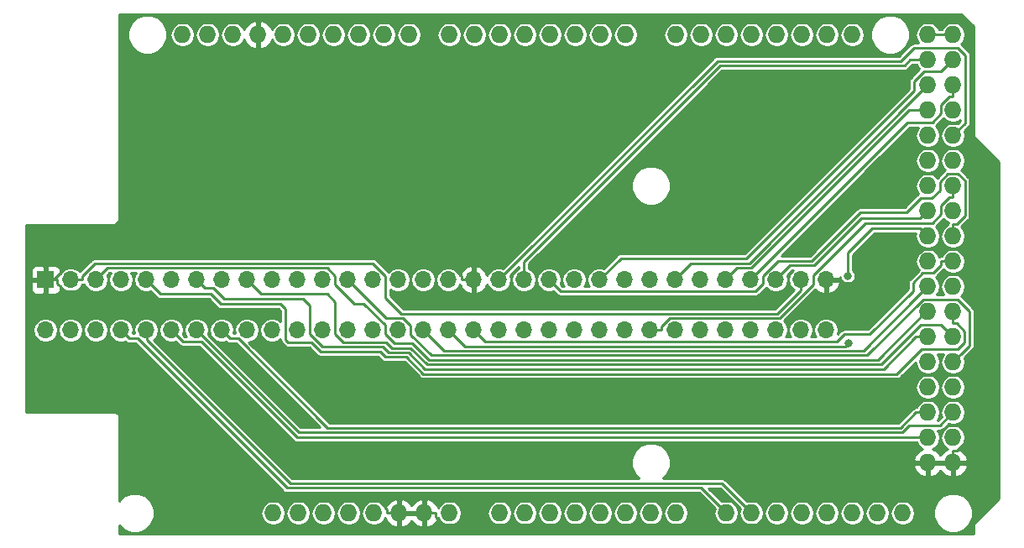
<source format=gbr>
G04 #@! TF.GenerationSoftware,KiCad,Pcbnew,(5.0.0)*
G04 #@! TF.CreationDate,2018-09-11T16:23:21+02:00*
G04 #@! TF.ProjectId,romprg_megadrive_cart,726F6D7072675F6D6567616472697665,1*
G04 #@! TF.SameCoordinates,Original*
G04 #@! TF.FileFunction,Copper,L1,Top,Signal*
G04 #@! TF.FilePolarity,Positive*
%FSLAX46Y46*%
G04 Gerber Fmt 4.6, Leading zero omitted, Abs format (unit mm)*
G04 Created by KiCad (PCBNEW (5.0.0)) date 09/11/18 16:23:21*
%MOMM*%
%LPD*%
G01*
G04 APERTURE LIST*
G04 #@! TA.AperFunction,ComponentPad*
%ADD10O,1.727200X1.727200*%
G04 #@! TD*
G04 #@! TA.AperFunction,ComponentPad*
%ADD11O,1.700000X1.700000*%
G04 #@! TD*
G04 #@! TA.AperFunction,ComponentPad*
%ADD12R,1.700000X1.700000*%
G04 #@! TD*
G04 #@! TA.AperFunction,ViaPad*
%ADD13C,0.800000*%
G04 #@! TD*
G04 #@! TA.AperFunction,Conductor*
%ADD14C,0.250000*%
G04 #@! TD*
G04 #@! TA.AperFunction,Conductor*
%ADD15C,0.254000*%
G04 #@! TD*
G04 APERTURE END LIST*
D10*
G04 #@! TO.P,XA1,A0*
G04 #@! TO.N,Net-(XA1-PadA0)*
X98530000Y-153000000D03*
G04 #@! TO.P,XA1,VIN*
G04 #@! TO.N,Net-(XA1-PadVIN)*
X93450000Y-153000000D03*
G04 #@! TO.P,XA1,GND3*
G04 #@! TO.N,GND*
X90910000Y-153000000D03*
G04 #@! TO.P,XA1,GND2*
X88370000Y-153000000D03*
G04 #@! TO.P,XA1,5V1*
G04 #@! TO.N,+5V*
X85830000Y-153000000D03*
G04 #@! TO.P,XA1,3V3*
G04 #@! TO.N,Net-(XA1-Pad3V3)*
X83290000Y-153000000D03*
G04 #@! TO.P,XA1,RST1*
G04 #@! TO.N,Net-(XA1-PadRST1)*
X80750000Y-153000000D03*
G04 #@! TO.P,XA1,IORF*
G04 #@! TO.N,Net-(XA1-PadIORF)*
X78210000Y-153000000D03*
G04 #@! TO.P,XA1,D21*
G04 #@! TO.N,Net-(XA1-PadD21)*
X134090000Y-104740000D03*
G04 #@! TO.P,XA1,D20*
G04 #@! TO.N,Net-(XA1-PadD20)*
X131550000Y-104740000D03*
G04 #@! TO.P,XA1,D19*
G04 #@! TO.N,Net-(XA1-PadD19)*
X129010000Y-104740000D03*
G04 #@! TO.P,XA1,D18*
G04 #@! TO.N,Net-(XA1-PadD18)*
X126470000Y-104740000D03*
G04 #@! TO.P,XA1,D17*
G04 #@! TO.N,Net-(XA1-PadD17)*
X123930000Y-104740000D03*
G04 #@! TO.P,XA1,D16*
G04 #@! TO.N,Net-(XA1-PadD16)*
X121390000Y-104740000D03*
G04 #@! TO.P,XA1,D15*
G04 #@! TO.N,Net-(XA1-PadD15)*
X118850000Y-104740000D03*
G04 #@! TO.P,XA1,D14*
G04 #@! TO.N,Net-(XA1-PadD14)*
X116310000Y-104740000D03*
G04 #@! TO.P,XA1,D0*
G04 #@! TO.N,Net-(XA1-PadD0)*
X111230000Y-104740000D03*
G04 #@! TO.P,XA1,D1*
G04 #@! TO.N,Net-(XA1-PadD1)*
X108690000Y-104740000D03*
G04 #@! TO.P,XA1,D2*
G04 #@! TO.N,Net-(XA1-PadD2)*
X106150000Y-104740000D03*
G04 #@! TO.P,XA1,D3*
G04 #@! TO.N,Net-(XA1-PadD3)*
X103610000Y-104740000D03*
G04 #@! TO.P,XA1,D4*
G04 #@! TO.N,Net-(XA1-PadD4)*
X101070000Y-104740000D03*
G04 #@! TO.P,XA1,D5*
G04 #@! TO.N,Net-(XA1-PadD5)*
X98530000Y-104740000D03*
G04 #@! TO.P,XA1,D6*
G04 #@! TO.N,Net-(XA1-PadD6)*
X95990000Y-104740000D03*
G04 #@! TO.P,XA1,D7*
G04 #@! TO.N,Net-(XA1-PadD7)*
X93450000Y-104740000D03*
G04 #@! TO.P,XA1,GND1*
G04 #@! TO.N,GND*
X74146000Y-104740000D03*
G04 #@! TO.P,XA1,D8*
G04 #@! TO.N,Net-(XA1-PadD8)*
X89386000Y-104740000D03*
G04 #@! TO.P,XA1,D9*
G04 #@! TO.N,Net-(XA1-PadD9)*
X86846000Y-104740000D03*
G04 #@! TO.P,XA1,D10*
G04 #@! TO.N,PB4*
X84306000Y-104740000D03*
G04 #@! TO.P,XA1,SCL*
G04 #@! TO.N,Net-(XA1-PadSCL)*
X66526000Y-104740000D03*
G04 #@! TO.P,XA1,SDA*
G04 #@! TO.N,Net-(XA1-PadSDA)*
X69066000Y-104740000D03*
G04 #@! TO.P,XA1,AREF*
G04 #@! TO.N,Net-(XA1-PadAREF)*
X71606000Y-104740000D03*
G04 #@! TO.P,XA1,D13*
G04 #@! TO.N,Net-(XA1-PadD13)*
X76686000Y-104740000D03*
G04 #@! TO.P,XA1,D12*
G04 #@! TO.N,PB6*
X79226000Y-104740000D03*
G04 #@! TO.P,XA1,D11*
G04 #@! TO.N,PB5*
X81766000Y-104740000D03*
G04 #@! TO.P,XA1,*
G04 #@! TO.N,*
X75670000Y-153000000D03*
G04 #@! TO.P,XA1,A1*
G04 #@! TO.N,Net-(XA1-PadA1)*
X101070000Y-153000000D03*
G04 #@! TO.P,XA1,A2*
G04 #@! TO.N,Net-(XA1-PadA2)*
X103610000Y-153000000D03*
G04 #@! TO.P,XA1,A3*
G04 #@! TO.N,Net-(XA1-PadA3)*
X106150000Y-153000000D03*
G04 #@! TO.P,XA1,A4*
G04 #@! TO.N,Net-(XA1-PadA4)*
X108690000Y-153000000D03*
G04 #@! TO.P,XA1,A5*
G04 #@! TO.N,Net-(XA1-PadA5)*
X111230000Y-153000000D03*
G04 #@! TO.P,XA1,A6*
G04 #@! TO.N,Net-(XA1-PadA6)*
X113770000Y-153000000D03*
G04 #@! TO.P,XA1,A7*
G04 #@! TO.N,Net-(XA1-PadA7)*
X116310000Y-153000000D03*
G04 #@! TO.P,XA1,A8*
G04 #@! TO.N,PK0*
X121390000Y-153000000D03*
G04 #@! TO.P,XA1,A9*
G04 #@! TO.N,PK1*
X123930000Y-153000000D03*
G04 #@! TO.P,XA1,A10*
G04 #@! TO.N,PK2*
X126470000Y-153000000D03*
G04 #@! TO.P,XA1,A11*
G04 #@! TO.N,PK3*
X129010000Y-153000000D03*
G04 #@! TO.P,XA1,A12*
G04 #@! TO.N,PK4*
X131550000Y-153000000D03*
G04 #@! TO.P,XA1,A13*
G04 #@! TO.N,PK5*
X134090000Y-153000000D03*
G04 #@! TO.P,XA1,A14*
G04 #@! TO.N,PK6*
X136630000Y-153000000D03*
G04 #@! TO.P,XA1,A15*
G04 #@! TO.N,PK7*
X139170000Y-153000000D03*
G04 #@! TO.P,XA1,5V3*
G04 #@! TO.N,+5V*
X141710000Y-104740000D03*
G04 #@! TO.P,XA1,5V4*
X144250000Y-104740000D03*
G04 #@! TO.P,XA1,D22*
G04 #@! TO.N,PA0*
X141710000Y-107280000D03*
G04 #@! TO.P,XA1,D23*
G04 #@! TO.N,PA1*
X144250000Y-107280000D03*
G04 #@! TO.P,XA1,D24*
G04 #@! TO.N,PA2*
X141710000Y-109820000D03*
G04 #@! TO.P,XA1,D25*
G04 #@! TO.N,PA3*
X144250000Y-109820000D03*
G04 #@! TO.P,XA1,D26*
G04 #@! TO.N,PA4*
X141710000Y-112360000D03*
G04 #@! TO.P,XA1,D27*
G04 #@! TO.N,PA5*
X144250000Y-112360000D03*
G04 #@! TO.P,XA1,D28*
G04 #@! TO.N,PA6*
X141710000Y-114900000D03*
G04 #@! TO.P,XA1,D29*
G04 #@! TO.N,PA7*
X144250000Y-114900000D03*
G04 #@! TO.P,XA1,D30*
G04 #@! TO.N,PC7*
X141710000Y-117440000D03*
G04 #@! TO.P,XA1,D31*
G04 #@! TO.N,PC6*
X144250000Y-117440000D03*
G04 #@! TO.P,XA1,D32*
G04 #@! TO.N,PC5*
X141710000Y-119980000D03*
G04 #@! TO.P,XA1,D33*
G04 #@! TO.N,PC4*
X144250000Y-119980000D03*
G04 #@! TO.P,XA1,D34*
G04 #@! TO.N,PC3*
X141710000Y-122520000D03*
G04 #@! TO.P,XA1,D35*
G04 #@! TO.N,PC2*
X144250000Y-122520000D03*
G04 #@! TO.P,XA1,D36*
G04 #@! TO.N,PC1*
X141710000Y-125060000D03*
G04 #@! TO.P,XA1,D37*
G04 #@! TO.N,PC0*
X144250000Y-125060000D03*
G04 #@! TO.P,XA1,D38*
G04 #@! TO.N,Net-(XA1-PadD38)*
X141710000Y-127600000D03*
G04 #@! TO.P,XA1,D39*
G04 #@! TO.N,PG2*
X144250000Y-127600000D03*
G04 #@! TO.P,XA1,D40*
G04 #@! TO.N,PG1*
X141710000Y-130140000D03*
G04 #@! TO.P,XA1,D41*
G04 #@! TO.N,PG0*
X144250000Y-130140000D03*
G04 #@! TO.P,XA1,D42*
G04 #@! TO.N,PL7*
X141710000Y-132680000D03*
G04 #@! TO.P,XA1,D43*
G04 #@! TO.N,PL6*
X144250000Y-132680000D03*
G04 #@! TO.P,XA1,D44*
G04 #@! TO.N,PL5*
X141710000Y-135220000D03*
G04 #@! TO.P,XA1,D45*
G04 #@! TO.N,PL4*
X144250000Y-135220000D03*
G04 #@! TO.P,XA1,D46*
G04 #@! TO.N,PL3*
X141710000Y-137760000D03*
G04 #@! TO.P,XA1,D47*
G04 #@! TO.N,PL2*
X144250000Y-137760000D03*
G04 #@! TO.P,XA1,D48*
G04 #@! TO.N,PL1*
X141710000Y-140300000D03*
G04 #@! TO.P,XA1,D49*
G04 #@! TO.N,PL0*
X144250000Y-140300000D03*
G04 #@! TO.P,XA1,D50*
G04 #@! TO.N,PB3*
X141710000Y-142840000D03*
G04 #@! TO.P,XA1,D51*
G04 #@! TO.N,PB2*
X144250000Y-142840000D03*
G04 #@! TO.P,XA1,D52*
G04 #@! TO.N,PB1*
X141710000Y-145380000D03*
G04 #@! TO.P,XA1,D53*
G04 #@! TO.N,PB0*
X144250000Y-145380000D03*
G04 #@! TO.P,XA1,GND5*
G04 #@! TO.N,GND*
X141710000Y-147920000D03*
G04 #@! TO.P,XA1,GND6*
X144250000Y-147920000D03*
G04 #@! TD*
D11*
G04 #@! TO.P,CON1,B32*
G04 #@! TO.N,Net-(CON1-PadB32)*
X131440000Y-134540000D03*
G04 #@! TO.P,CON1,A32*
G04 #@! TO.N,GND*
X131440000Y-129460000D03*
G04 #@! TO.P,CON1,B31*
G04 #@! TO.N,Net-(CON1-PadB31)*
X128900000Y-134540000D03*
G04 #@! TO.P,CON1,A31*
G04 #@! TO.N,+5V*
X128900000Y-129460000D03*
G04 #@! TO.P,CON1,B30*
G04 #@! TO.N,Net-(CON1-PadB30)*
X126360000Y-134540000D03*
G04 #@! TO.P,CON1,A30*
G04 #@! TO.N,PC3*
X126360000Y-129460000D03*
G04 #@! TO.P,CON1,B29*
G04 #@! TO.N,Net-(CON1-PadB29)*
X123820000Y-134540000D03*
G04 #@! TO.P,CON1,A29*
G04 #@! TO.N,PA3*
X123820000Y-129460000D03*
G04 #@! TO.P,CON1,B28*
G04 #@! TO.N,Net-(CON1-PadB28)*
X121280000Y-134540000D03*
G04 #@! TO.P,CON1,A28*
G04 #@! TO.N,PA4*
X121280000Y-129460000D03*
G04 #@! TO.P,CON1,B27*
G04 #@! TO.N,Net-(CON1-PadB27)*
X118740000Y-134540000D03*
G04 #@! TO.P,CON1,A27*
G04 #@! TO.N,PC2*
X118740000Y-129460000D03*
G04 #@! TO.P,CON1,B26*
G04 #@! TO.N,Net-(CON1-PadB26)*
X116200000Y-134540000D03*
G04 #@! TO.P,CON1,A26*
G04 #@! TO.N,PA2*
X116200000Y-129460000D03*
G04 #@! TO.P,CON1,B25*
G04 #@! TO.N,PC4*
X113660000Y-134540000D03*
G04 #@! TO.P,CON1,A25*
G04 #@! TO.N,PA5*
X113660000Y-129460000D03*
G04 #@! TO.P,CON1,B24*
G04 #@! TO.N,PC5*
X111120000Y-134540000D03*
G04 #@! TO.P,CON1,A24*
G04 #@! TO.N,PC1*
X111120000Y-129460000D03*
G04 #@! TO.P,CON1,B23*
G04 #@! TO.N,PC6*
X108580000Y-134540000D03*
G04 #@! TO.P,CON1,A23*
G04 #@! TO.N,PA1*
X108580000Y-129460000D03*
G04 #@! TO.P,CON1,B22*
G04 #@! TO.N,PC7*
X106040000Y-134540000D03*
G04 #@! TO.P,CON1,A22*
G04 #@! TO.N,PA6*
X106040000Y-129460000D03*
G04 #@! TO.P,CON1,B21*
G04 #@! TO.N,Net-(CON1-PadB21)*
X103500000Y-134540000D03*
G04 #@! TO.P,CON1,A21*
G04 #@! TO.N,PC0*
X103500000Y-129460000D03*
G04 #@! TO.P,CON1,B20*
G04 #@! TO.N,Net-(CON1-PadB20)*
X100960000Y-134540000D03*
G04 #@! TO.P,CON1,A20*
G04 #@! TO.N,PA0*
X100960000Y-129460000D03*
G04 #@! TO.P,CON1,B19*
G04 #@! TO.N,Net-(CON1-PadB19)*
X98420000Y-134540000D03*
G04 #@! TO.P,CON1,A19*
G04 #@! TO.N,PA7*
X98420000Y-129460000D03*
G04 #@! TO.P,CON1,B18*
G04 #@! TO.N,PG2*
X95880000Y-134540000D03*
G04 #@! TO.P,CON1,A18*
G04 #@! TO.N,GND*
X95880000Y-129460000D03*
G04 #@! TO.P,CON1,B17*
G04 #@! TO.N,PG0*
X93340000Y-134540000D03*
G04 #@! TO.P,CON1,A17*
G04 #@! TO.N,PL0*
X93340000Y-129460000D03*
G04 #@! TO.P,CON1,B16*
G04 #@! TO.N,PG1*
X90800000Y-134540000D03*
G04 #@! TO.P,CON1,A16*
G04 #@! TO.N,PB0*
X90800000Y-129460000D03*
G04 #@! TO.P,CON1,B15*
G04 #@! TO.N,Net-(CON1-PadB15)*
X88260000Y-134540000D03*
G04 #@! TO.P,CON1,A15*
G04 #@! TO.N,PL1*
X88260000Y-129460000D03*
G04 #@! TO.P,CON1,B14*
G04 #@! TO.N,Net-(CON1-PadB14)*
X85720000Y-134540000D03*
G04 #@! TO.P,CON1,A14*
G04 #@! TO.N,PK7*
X85720000Y-129460000D03*
G04 #@! TO.P,CON1,B13*
G04 #@! TO.N,Net-(CON1-PadB13)*
X83180000Y-134540000D03*
G04 #@! TO.P,CON1,A13*
G04 #@! TO.N,PL2*
X83180000Y-129460000D03*
G04 #@! TO.P,CON1,B12*
G04 #@! TO.N,Net-(CON1-PadB12)*
X80640000Y-134540000D03*
G04 #@! TO.P,CON1,A12*
G04 #@! TO.N,PK6*
X80640000Y-129460000D03*
G04 #@! TO.P,CON1,B11*
G04 #@! TO.N,PB6*
X78100000Y-134540000D03*
G04 #@! TO.P,CON1,A11*
G04 #@! TO.N,PL3*
X78100000Y-129460000D03*
G04 #@! TO.P,CON1,B10*
G04 #@! TO.N,PB5*
X75560000Y-134540000D03*
G04 #@! TO.P,CON1,A10*
G04 #@! TO.N,PK5*
X75560000Y-129460000D03*
G04 #@! TO.P,CON1,B09*
G04 #@! TO.N,PB4*
X73020000Y-134540000D03*
G04 #@! TO.P,CON1,A09*
G04 #@! TO.N,PL4*
X73020000Y-129460000D03*
G04 #@! TO.P,CON1,B08*
G04 #@! TO.N,PB3*
X70480000Y-134540000D03*
G04 #@! TO.P,CON1,A08*
G04 #@! TO.N,PK4*
X70480000Y-129460000D03*
G04 #@! TO.P,CON1,B07*
G04 #@! TO.N,PB2*
X67940000Y-134540000D03*
G04 #@! TO.P,CON1,A07*
G04 #@! TO.N,PL5*
X67940000Y-129460000D03*
G04 #@! TO.P,CON1,B06*
G04 #@! TO.N,PB1*
X65400000Y-134540000D03*
G04 #@! TO.P,CON1,A06*
G04 #@! TO.N,PK3*
X65400000Y-129460000D03*
G04 #@! TO.P,CON1,B05*
G04 #@! TO.N,PK1*
X62860000Y-134540000D03*
G04 #@! TO.P,CON1,A05*
G04 #@! TO.N,PL6*
X62860000Y-129460000D03*
G04 #@! TO.P,CON1,B04*
G04 #@! TO.N,PK0*
X60320000Y-134540000D03*
G04 #@! TO.P,CON1,A04*
G04 #@! TO.N,PK2*
X60320000Y-129460000D03*
G04 #@! TO.P,CON1,B03*
G04 #@! TO.N,Net-(CON1-PadB03)*
X57780000Y-134540000D03*
G04 #@! TO.P,CON1,A03*
G04 #@! TO.N,PL7*
X57780000Y-129460000D03*
G04 #@! TO.P,CON1,B02*
G04 #@! TO.N,Net-(CON1-PadB02)*
X55240000Y-134540000D03*
G04 #@! TO.P,CON1,A02*
G04 #@! TO.N,+5V*
X55240000Y-129460000D03*
G04 #@! TO.P,CON1,B01*
G04 #@! TO.N,Net-(CON1-PadB01)*
X52700000Y-134540000D03*
D12*
G04 #@! TO.P,CON1,A01*
G04 #@! TO.N,GND*
X52700000Y-129460000D03*
G04 #@! TD*
D13*
G04 #@! TO.N,PG0*
X133686000Y-135911700D03*
G04 #@! TO.N,PC1*
X133633700Y-129079000D03*
G04 #@! TD*
D14*
G04 #@! TO.N,GND*
X144250000Y-147920000D02*
X144250000Y-146731100D01*
X144250000Y-146731100D02*
X144621500Y-146731100D01*
X144621500Y-146731100D02*
X146395100Y-144957500D01*
X146395100Y-144957500D02*
X146395100Y-128051100D01*
X146395100Y-128051100D02*
X144705600Y-126361600D01*
X144705600Y-126361600D02*
X141253500Y-126361600D01*
X141253500Y-126361600D02*
X137797100Y-129818000D01*
X137797100Y-129818000D02*
X132973300Y-129818000D01*
X132973300Y-129818000D02*
X132615300Y-129460000D01*
X141710000Y-147920000D02*
X144250000Y-147920000D01*
X131440000Y-129460000D02*
X132615300Y-129460000D01*
X92098900Y-153000000D02*
X92098900Y-153371500D01*
X92098900Y-153371500D02*
X92928900Y-154201500D01*
X92928900Y-154201500D02*
X124462600Y-154201500D01*
X124462600Y-154201500D02*
X125200000Y-153464100D01*
X125200000Y-153464100D02*
X125200000Y-152534200D01*
X125200000Y-152534200D02*
X129814200Y-147920000D01*
X129814200Y-147920000D02*
X141710000Y-147920000D01*
X74146000Y-109537100D02*
X75141700Y-109537100D01*
X75141700Y-109537100D02*
X94704700Y-129100100D01*
X94704700Y-129100100D02*
X94704700Y-129460000D01*
X74146000Y-109537100D02*
X56327000Y-127356100D01*
X56327000Y-127356100D02*
X55681600Y-127356100D01*
X55681600Y-127356100D02*
X53577700Y-129460000D01*
X74146000Y-104740000D02*
X74146000Y-109537100D01*
X95880000Y-129460000D02*
X94704700Y-129460000D01*
X53577700Y-129460000D02*
X53875300Y-129460000D01*
X52700000Y-129460000D02*
X53577700Y-129460000D01*
X88370000Y-153000000D02*
X87181100Y-153000000D01*
X87181100Y-153000000D02*
X87181100Y-152628400D01*
X87181100Y-152628400D02*
X86363800Y-151811100D01*
X86363800Y-151811100D02*
X75850200Y-151811100D01*
X75850200Y-151811100D02*
X59050000Y-135010900D01*
X59050000Y-135010900D02*
X59050000Y-134050500D01*
X59050000Y-134050500D02*
X55634800Y-130635300D01*
X55634800Y-130635300D02*
X54683200Y-130635300D01*
X54683200Y-130635300D02*
X53875300Y-129827400D01*
X53875300Y-129827400D02*
X53875300Y-129460000D01*
X90910000Y-153000000D02*
X88370000Y-153000000D01*
X90910000Y-153000000D02*
X92098900Y-153000000D01*
G04 #@! TO.N,+5V*
X141710000Y-104740000D02*
X143061100Y-104740000D01*
X144250000Y-104740000D02*
X143061100Y-104740000D01*
X57716000Y-127792000D02*
X56415300Y-129092700D01*
X85715700Y-127792000D02*
X57716000Y-127792000D01*
X86987100Y-129063400D02*
X85715700Y-127792000D01*
X56415300Y-129460000D02*
X55240000Y-129460000D01*
X56415300Y-129092700D02*
X56415300Y-129460000D01*
X88600000Y-132900000D02*
X86987100Y-131287100D01*
X128900000Y-129460000D02*
X128900000Y-130500000D01*
X86987100Y-131287100D02*
X86987100Y-129063400D01*
X128900000Y-130500000D02*
X126500000Y-132900000D01*
X126500000Y-132900000D02*
X88600000Y-132900000D01*
G04 #@! TO.N,PL7*
X89700289Y-135859989D02*
X91400000Y-137559700D01*
X83868100Y-131870800D02*
X84810300Y-131870800D01*
X141520000Y-132680000D02*
X141710000Y-132680000D01*
X136640300Y-137559700D02*
X141520000Y-132680000D01*
X86990000Y-134934400D02*
X87915589Y-135859989D01*
X91400000Y-137559700D02*
X136640300Y-137559700D01*
X86990000Y-134050500D02*
X86990000Y-134934400D01*
X81910000Y-129912700D02*
X83868100Y-131870800D01*
X81910000Y-129064900D02*
X81910000Y-129912700D01*
X81129800Y-128284700D02*
X81910000Y-129064900D01*
X87915589Y-135859989D02*
X89700289Y-135859989D01*
X58955300Y-128284700D02*
X81129800Y-128284700D01*
X84810300Y-131870800D02*
X86990000Y-134050500D01*
X57780000Y-129460000D02*
X58955300Y-128284700D01*
G04 #@! TO.N,PK0*
X118850200Y-150460200D02*
X121390000Y-153000000D01*
X77048200Y-150460200D02*
X118850200Y-150460200D01*
X61977999Y-135389999D02*
X77048200Y-150460200D01*
X61169999Y-135389999D02*
X61977999Y-135389999D01*
X60320000Y-134540000D02*
X61169999Y-135389999D01*
G04 #@! TO.N,PL6*
X144250000Y-133868900D02*
X144250000Y-132680000D01*
X144621600Y-133868900D02*
X144250000Y-133868900D01*
X145438900Y-134686200D02*
X144621600Y-133868900D01*
X145438900Y-135790100D02*
X145438900Y-134686200D01*
X144739000Y-136490000D02*
X145438900Y-135790100D01*
X76924999Y-132424999D02*
X76924999Y-135520299D01*
X76400000Y-131900000D02*
X76924999Y-132424999D01*
X70375800Y-131900000D02*
X76400000Y-131900000D01*
X69375800Y-130900000D02*
X70375800Y-131900000D01*
X141052600Y-136490000D02*
X144739000Y-136490000D01*
X64300000Y-130900000D02*
X69375800Y-130900000D01*
X76924999Y-135520299D02*
X77200000Y-135795300D01*
X62860000Y-129460000D02*
X64300000Y-130900000D01*
X77200000Y-135795300D02*
X79528400Y-135795300D01*
X79528400Y-135795300D02*
X80433100Y-136700000D01*
X80433100Y-136700000D02*
X86433100Y-136700000D01*
X86433100Y-136700000D02*
X87000000Y-137266900D01*
X89100000Y-137266900D02*
X90800000Y-138966900D01*
X138575700Y-138966900D02*
X141052600Y-136490000D01*
X87000000Y-137266900D02*
X89100000Y-137266900D01*
X90800000Y-138966900D02*
X138575700Y-138966900D01*
G04 #@! TO.N,PK1*
X120939800Y-150009800D02*
X123930000Y-153000000D01*
X77409800Y-150009800D02*
X120939800Y-150009800D01*
X62900000Y-135500000D02*
X77409800Y-150009800D01*
X62860000Y-134540000D02*
X62900000Y-134580000D01*
X62900000Y-134580000D02*
X62900000Y-135500000D01*
G04 #@! TO.N,PB1*
X78080000Y-145380000D02*
X68415001Y-135715001D01*
X141710000Y-145380000D02*
X78080000Y-145380000D01*
X66575001Y-135715001D02*
X65400000Y-134540000D01*
X68415001Y-135715001D02*
X66575001Y-135715001D01*
G04 #@! TO.N,PL5*
X140488686Y-135220000D02*
X141710000Y-135220000D01*
X91000000Y-138464000D02*
X137244686Y-138464000D01*
X87300000Y-136800000D02*
X89336000Y-136800000D01*
X79370000Y-134934200D02*
X80635800Y-136200000D01*
X68789999Y-130309999D02*
X69597999Y-130309999D01*
X137244686Y-138464000D02*
X140488686Y-135220000D01*
X69597999Y-130309999D02*
X70688000Y-131400000D01*
X89336000Y-136800000D02*
X91000000Y-138464000D01*
X86700000Y-136200000D02*
X87300000Y-136800000D01*
X70688000Y-131400000D02*
X78700000Y-131400000D01*
X78700000Y-131400000D02*
X79370000Y-132070000D01*
X80635800Y-136200000D02*
X86700000Y-136200000D01*
X67940000Y-129460000D02*
X68789999Y-130309999D01*
X79370000Y-132070000D02*
X79370000Y-134934200D01*
G04 #@! TO.N,PB2*
X139147500Y-144850011D02*
X78250011Y-144850011D01*
X68789999Y-135389999D02*
X67940000Y-134540000D01*
X78250011Y-144850011D02*
X68789999Y-135389999D01*
X139847500Y-144150011D02*
X139147500Y-144850011D01*
X144250000Y-142840000D02*
X142939989Y-144150011D01*
X142939989Y-144150011D02*
X139847500Y-144150011D01*
G04 #@! TO.N,PB3*
X140521100Y-142840000D02*
X141710000Y-142840000D01*
X138961100Y-144400000D02*
X140521100Y-142840000D01*
X81148000Y-144400000D02*
X138961100Y-144400000D01*
X72137999Y-135389999D02*
X81148000Y-144400000D01*
X71329999Y-135389999D02*
X72137999Y-135389999D01*
X70480000Y-134540000D02*
X71329999Y-135389999D01*
G04 #@! TO.N,PL4*
X74460000Y-130900000D02*
X73020000Y-129460000D01*
X81910000Y-131710000D02*
X81100000Y-130900000D01*
X81910000Y-134943400D02*
X81910000Y-131710000D01*
X82716589Y-135749989D02*
X81910000Y-134943400D01*
X87039989Y-135749989D02*
X82716589Y-135749989D01*
X87639989Y-136349989D02*
X87039989Y-135749989D01*
X81100000Y-130900000D02*
X74460000Y-130900000D01*
X143059400Y-134029400D02*
X140970600Y-134029400D01*
X144250000Y-135220000D02*
X143059400Y-134029400D01*
X140970600Y-134029400D02*
X136990000Y-138010000D01*
X136990000Y-138010000D02*
X91182410Y-138010000D01*
X91182410Y-138010000D02*
X89522400Y-136349989D01*
X89522400Y-136349989D02*
X87639989Y-136349989D01*
G04 #@! TO.N,PL2*
X91627000Y-137097200D02*
X135602800Y-137097200D01*
X135602800Y-137097200D02*
X141211400Y-131488600D01*
X145918200Y-132666800D02*
X145918200Y-136091800D01*
X141211400Y-131488600D02*
X144740000Y-131488600D01*
X87070011Y-133350011D02*
X88780011Y-133350011D01*
X144740000Y-131488600D02*
X145918200Y-132666800D01*
X145918200Y-136091800D02*
X145113599Y-136896401D01*
X89530000Y-134100000D02*
X89530000Y-135000200D01*
X83180000Y-129460000D02*
X87070011Y-133350011D01*
X88780011Y-133350011D02*
X89530000Y-134100000D01*
X89530000Y-135000200D02*
X91627000Y-137097200D01*
X145113599Y-136896401D02*
X144250000Y-137760000D01*
G04 #@! TO.N,PG1*
X140521100Y-131328900D02*
X141710000Y-130140000D01*
X135203100Y-136646900D02*
X140521100Y-131328900D01*
X90800000Y-134540000D02*
X92906900Y-136646900D01*
X92906900Y-136646900D02*
X135203100Y-136646900D01*
G04 #@! TO.N,PG0*
X133401100Y-136196600D02*
X133686000Y-135911700D01*
X94996600Y-136196600D02*
X133401100Y-136196600D01*
X93340000Y-134540000D02*
X94996600Y-136196600D01*
G04 #@! TO.N,PG2*
X143061100Y-127600000D02*
X144250000Y-127600000D01*
X95880000Y-134540000D02*
X97055300Y-135715300D01*
X97055300Y-135715300D02*
X132536700Y-135715300D01*
X142243800Y-128788900D02*
X143061100Y-127971600D01*
X143061100Y-127971600D02*
X143061100Y-127600000D01*
X133300000Y-134952000D02*
X135848000Y-134952000D01*
X132536700Y-135715300D02*
X133300000Y-134952000D01*
X135848000Y-134952000D02*
X140200000Y-130600000D01*
X140200000Y-129788900D02*
X141200000Y-128788900D01*
X140200000Y-130600000D02*
X140200000Y-129788900D01*
X141200000Y-128788900D02*
X142243800Y-128788900D01*
G04 #@! TO.N,PA7*
X145486200Y-113663800D02*
X145486200Y-106809800D01*
X138995800Y-107400000D02*
X120480000Y-107400000D01*
X120480000Y-107400000D02*
X99269999Y-128610001D01*
X99269999Y-128610001D02*
X98420000Y-129460000D01*
X140308300Y-106087500D02*
X138995800Y-107400000D01*
X144763900Y-106087500D02*
X140308300Y-106087500D01*
X145486200Y-106809800D02*
X144763900Y-106087500D01*
X144250000Y-114900000D02*
X145486200Y-113663800D01*
G04 #@! TO.N,PA0*
X139920000Y-107280000D02*
X141710000Y-107280000D01*
X139349989Y-107850011D02*
X139920000Y-107280000D01*
X120749989Y-107850011D02*
X139349989Y-107850011D01*
X100960000Y-129460000D02*
X100960000Y-127640000D01*
X100960000Y-127640000D02*
X120749989Y-107850011D01*
G04 #@! TO.N,PC0*
X144250000Y-123871100D02*
X144250000Y-125060000D01*
X145446800Y-123045800D02*
X144621500Y-123871100D01*
X126600000Y-127553600D02*
X129996400Y-127553600D01*
X141000000Y-121250000D02*
X142126800Y-121250000D01*
X144621500Y-123871100D02*
X144250000Y-123871100D01*
X125090000Y-129063600D02*
X126600000Y-127553600D01*
X142126800Y-121250000D02*
X142947300Y-120429500D01*
X124313100Y-130635300D02*
X125090000Y-129858400D01*
X125090000Y-129858400D02*
X125090000Y-129063600D01*
X143735700Y-118791000D02*
X144754300Y-118791000D01*
X104675300Y-130635300D02*
X124313100Y-130635300D01*
X103500000Y-129460000D02*
X104675300Y-130635300D01*
X134900000Y-122650000D02*
X139600000Y-122650000D01*
X139600000Y-122650000D02*
X141000000Y-121250000D01*
X142947300Y-120429500D02*
X142947300Y-119579400D01*
X142947300Y-119579400D02*
X143735700Y-118791000D01*
X129996400Y-127553600D02*
X134900000Y-122650000D01*
X144754300Y-118791000D02*
X145446800Y-119483500D01*
X145446800Y-119483500D02*
X145446800Y-123045800D01*
G04 #@! TO.N,PA1*
X143386401Y-108143599D02*
X144250000Y-107280000D01*
X143061399Y-108468601D02*
X143386401Y-108143599D01*
X108580000Y-129460000D02*
X110740000Y-127300000D01*
X110740000Y-127300000D02*
X123400000Y-127300000D01*
X123400000Y-127300000D02*
X140300000Y-110400000D01*
X140300000Y-110400000D02*
X140300000Y-109470870D01*
X140300000Y-109470870D02*
X141302269Y-108468601D01*
X141302269Y-108468601D02*
X143061399Y-108468601D01*
G04 #@! TO.N,PC1*
X133633700Y-126766300D02*
X133633700Y-129079000D01*
X136100000Y-124300000D02*
X133633700Y-126766300D01*
X141710000Y-125060000D02*
X140950000Y-124300000D01*
X140950000Y-124300000D02*
X136100000Y-124300000D01*
G04 #@! TO.N,PC4*
X113660000Y-134540000D02*
X114835300Y-134540000D01*
X144250000Y-119980000D02*
X144250000Y-121168900D01*
X144250000Y-121168900D02*
X143878400Y-121168900D01*
X143878400Y-121168900D02*
X143061100Y-121986200D01*
X143061100Y-121986200D02*
X143061100Y-122872200D01*
X143061100Y-122872200D02*
X142143300Y-123790000D01*
X142143300Y-123790000D02*
X135434500Y-123790000D01*
X135434500Y-123790000D02*
X130170000Y-129054500D01*
X130170000Y-129054500D02*
X130170000Y-129943800D01*
X130170000Y-129943800D02*
X126749100Y-133364700D01*
X126749100Y-133364700D02*
X115643200Y-133364700D01*
X115643200Y-133364700D02*
X114835300Y-134172600D01*
X114835300Y-134172600D02*
X114835300Y-134540000D01*
G04 #@! TO.N,PA2*
X140846401Y-110683599D02*
X141710000Y-109820000D01*
X123695012Y-127834988D02*
X140846401Y-110683599D01*
X116200000Y-129460000D02*
X117825012Y-127834988D01*
X117825012Y-127834988D02*
X123695012Y-127834988D01*
G04 #@! TO.N,PA4*
X122455001Y-128284999D02*
X121280000Y-129460000D01*
X123881411Y-128284999D02*
X122455001Y-128284999D01*
X139806410Y-112360000D02*
X123881411Y-128284999D01*
X141710000Y-112360000D02*
X139806410Y-112360000D01*
G04 #@! TO.N,PA3*
X144250000Y-109820000D02*
X144250000Y-111008900D01*
X144250000Y-111008900D02*
X143878400Y-111008900D01*
X143878400Y-111008900D02*
X143061100Y-111826200D01*
X143061100Y-111826200D02*
X143061100Y-112712200D01*
X143061100Y-112712200D02*
X142143300Y-113630000D01*
X142143300Y-113630000D02*
X139650000Y-113630000D01*
X139650000Y-113630000D02*
X123820000Y-129460000D01*
G04 #@! TO.N,PC3*
X140930000Y-123300000D02*
X141710000Y-122520000D01*
X130280000Y-128020000D02*
X135000000Y-123300000D01*
X127800000Y-128020000D02*
X130280000Y-128020000D01*
X135000000Y-123300000D02*
X140930000Y-123300000D01*
X126360000Y-129460000D02*
X127800000Y-128020000D01*
G04 #@! TD*
D15*
G04 #@! TO.N,GND*
G36*
X146338001Y-103911225D02*
X146338000Y-114855482D01*
X146329145Y-114900000D01*
X146338000Y-114944517D01*
X146364225Y-115076361D01*
X146464126Y-115225874D01*
X146501869Y-115251093D01*
X148878000Y-117627224D01*
X148878001Y-151542775D01*
X146501869Y-153918907D01*
X146464126Y-153944126D01*
X146364226Y-154093638D01*
X146364225Y-154093639D01*
X146329145Y-154270000D01*
X146338000Y-154314518D01*
X146338001Y-155088000D01*
X60152000Y-155088000D01*
X60152000Y-154247901D01*
X60580119Y-154676020D01*
X61306750Y-154977000D01*
X62093250Y-154977000D01*
X62819881Y-154676020D01*
X63376020Y-154119881D01*
X63677000Y-153393250D01*
X63677000Y-153000000D01*
X74405096Y-153000000D01*
X74501381Y-153484058D01*
X74775578Y-153894422D01*
X75185942Y-154168619D01*
X75547815Y-154240600D01*
X75792185Y-154240600D01*
X76154058Y-154168619D01*
X76564422Y-153894422D01*
X76838619Y-153484058D01*
X76934904Y-153000000D01*
X76945096Y-153000000D01*
X77041381Y-153484058D01*
X77315578Y-153894422D01*
X77725942Y-154168619D01*
X78087815Y-154240600D01*
X78332185Y-154240600D01*
X78694058Y-154168619D01*
X79104422Y-153894422D01*
X79378619Y-153484058D01*
X79474904Y-153000000D01*
X79485096Y-153000000D01*
X79581381Y-153484058D01*
X79855578Y-153894422D01*
X80265942Y-154168619D01*
X80627815Y-154240600D01*
X80872185Y-154240600D01*
X81234058Y-154168619D01*
X81644422Y-153894422D01*
X81918619Y-153484058D01*
X82014904Y-153000000D01*
X82025096Y-153000000D01*
X82121381Y-153484058D01*
X82395578Y-153894422D01*
X82805942Y-154168619D01*
X83167815Y-154240600D01*
X83412185Y-154240600D01*
X83774058Y-154168619D01*
X84184422Y-153894422D01*
X84458619Y-153484058D01*
X84554904Y-153000000D01*
X84565096Y-153000000D01*
X84661381Y-153484058D01*
X84935578Y-153894422D01*
X85345942Y-154168619D01*
X85707815Y-154240600D01*
X85952185Y-154240600D01*
X86314058Y-154168619D01*
X86724422Y-153894422D01*
X86978994Y-153513429D01*
X87087312Y-153774947D01*
X87481510Y-154206821D01*
X88010973Y-154454968D01*
X88243000Y-154334469D01*
X88243000Y-153127000D01*
X88497000Y-153127000D01*
X88497000Y-154334469D01*
X88729027Y-154454968D01*
X89258490Y-154206821D01*
X89640000Y-153788848D01*
X90021510Y-154206821D01*
X90550973Y-154454968D01*
X90783000Y-154334469D01*
X90783000Y-153127000D01*
X88497000Y-153127000D01*
X88243000Y-153127000D01*
X88223000Y-153127000D01*
X88223000Y-152873000D01*
X88243000Y-152873000D01*
X88243000Y-151665531D01*
X88497000Y-151665531D01*
X88497000Y-152873000D01*
X90783000Y-152873000D01*
X90783000Y-151665531D01*
X91037000Y-151665531D01*
X91037000Y-152873000D01*
X91057000Y-152873000D01*
X91057000Y-153127000D01*
X91037000Y-153127000D01*
X91037000Y-154334469D01*
X91269027Y-154454968D01*
X91798490Y-154206821D01*
X92192688Y-153774947D01*
X92301006Y-153513429D01*
X92555578Y-153894422D01*
X92965942Y-154168619D01*
X93327815Y-154240600D01*
X93572185Y-154240600D01*
X93934058Y-154168619D01*
X94344422Y-153894422D01*
X94618619Y-153484058D01*
X94714904Y-153000000D01*
X97265096Y-153000000D01*
X97361381Y-153484058D01*
X97635578Y-153894422D01*
X98045942Y-154168619D01*
X98407815Y-154240600D01*
X98652185Y-154240600D01*
X99014058Y-154168619D01*
X99424422Y-153894422D01*
X99698619Y-153484058D01*
X99794904Y-153000000D01*
X99805096Y-153000000D01*
X99901381Y-153484058D01*
X100175578Y-153894422D01*
X100585942Y-154168619D01*
X100947815Y-154240600D01*
X101192185Y-154240600D01*
X101554058Y-154168619D01*
X101964422Y-153894422D01*
X102238619Y-153484058D01*
X102334904Y-153000000D01*
X102345096Y-153000000D01*
X102441381Y-153484058D01*
X102715578Y-153894422D01*
X103125942Y-154168619D01*
X103487815Y-154240600D01*
X103732185Y-154240600D01*
X104094058Y-154168619D01*
X104504422Y-153894422D01*
X104778619Y-153484058D01*
X104874904Y-153000000D01*
X104885096Y-153000000D01*
X104981381Y-153484058D01*
X105255578Y-153894422D01*
X105665942Y-154168619D01*
X106027815Y-154240600D01*
X106272185Y-154240600D01*
X106634058Y-154168619D01*
X107044422Y-153894422D01*
X107318619Y-153484058D01*
X107414904Y-153000000D01*
X107425096Y-153000000D01*
X107521381Y-153484058D01*
X107795578Y-153894422D01*
X108205942Y-154168619D01*
X108567815Y-154240600D01*
X108812185Y-154240600D01*
X109174058Y-154168619D01*
X109584422Y-153894422D01*
X109858619Y-153484058D01*
X109954904Y-153000000D01*
X109965096Y-153000000D01*
X110061381Y-153484058D01*
X110335578Y-153894422D01*
X110745942Y-154168619D01*
X111107815Y-154240600D01*
X111352185Y-154240600D01*
X111714058Y-154168619D01*
X112124422Y-153894422D01*
X112398619Y-153484058D01*
X112494904Y-153000000D01*
X112505096Y-153000000D01*
X112601381Y-153484058D01*
X112875578Y-153894422D01*
X113285942Y-154168619D01*
X113647815Y-154240600D01*
X113892185Y-154240600D01*
X114254058Y-154168619D01*
X114664422Y-153894422D01*
X114938619Y-153484058D01*
X115034904Y-153000000D01*
X115045096Y-153000000D01*
X115141381Y-153484058D01*
X115415578Y-153894422D01*
X115825942Y-154168619D01*
X116187815Y-154240600D01*
X116432185Y-154240600D01*
X116794058Y-154168619D01*
X117204422Y-153894422D01*
X117478619Y-153484058D01*
X117574904Y-153000000D01*
X117478619Y-152515942D01*
X117204422Y-152105578D01*
X116794058Y-151831381D01*
X116432185Y-151759400D01*
X116187815Y-151759400D01*
X115825942Y-151831381D01*
X115415578Y-152105578D01*
X115141381Y-152515942D01*
X115045096Y-153000000D01*
X115034904Y-153000000D01*
X114938619Y-152515942D01*
X114664422Y-152105578D01*
X114254058Y-151831381D01*
X113892185Y-151759400D01*
X113647815Y-151759400D01*
X113285942Y-151831381D01*
X112875578Y-152105578D01*
X112601381Y-152515942D01*
X112505096Y-153000000D01*
X112494904Y-153000000D01*
X112398619Y-152515942D01*
X112124422Y-152105578D01*
X111714058Y-151831381D01*
X111352185Y-151759400D01*
X111107815Y-151759400D01*
X110745942Y-151831381D01*
X110335578Y-152105578D01*
X110061381Y-152515942D01*
X109965096Y-153000000D01*
X109954904Y-153000000D01*
X109858619Y-152515942D01*
X109584422Y-152105578D01*
X109174058Y-151831381D01*
X108812185Y-151759400D01*
X108567815Y-151759400D01*
X108205942Y-151831381D01*
X107795578Y-152105578D01*
X107521381Y-152515942D01*
X107425096Y-153000000D01*
X107414904Y-153000000D01*
X107318619Y-152515942D01*
X107044422Y-152105578D01*
X106634058Y-151831381D01*
X106272185Y-151759400D01*
X106027815Y-151759400D01*
X105665942Y-151831381D01*
X105255578Y-152105578D01*
X104981381Y-152515942D01*
X104885096Y-153000000D01*
X104874904Y-153000000D01*
X104778619Y-152515942D01*
X104504422Y-152105578D01*
X104094058Y-151831381D01*
X103732185Y-151759400D01*
X103487815Y-151759400D01*
X103125942Y-151831381D01*
X102715578Y-152105578D01*
X102441381Y-152515942D01*
X102345096Y-153000000D01*
X102334904Y-153000000D01*
X102238619Y-152515942D01*
X101964422Y-152105578D01*
X101554058Y-151831381D01*
X101192185Y-151759400D01*
X100947815Y-151759400D01*
X100585942Y-151831381D01*
X100175578Y-152105578D01*
X99901381Y-152515942D01*
X99805096Y-153000000D01*
X99794904Y-153000000D01*
X99698619Y-152515942D01*
X99424422Y-152105578D01*
X99014058Y-151831381D01*
X98652185Y-151759400D01*
X98407815Y-151759400D01*
X98045942Y-151831381D01*
X97635578Y-152105578D01*
X97361381Y-152515942D01*
X97265096Y-153000000D01*
X94714904Y-153000000D01*
X94618619Y-152515942D01*
X94344422Y-152105578D01*
X93934058Y-151831381D01*
X93572185Y-151759400D01*
X93327815Y-151759400D01*
X92965942Y-151831381D01*
X92555578Y-152105578D01*
X92301006Y-152486571D01*
X92192688Y-152225053D01*
X91798490Y-151793179D01*
X91269027Y-151545032D01*
X91037000Y-151665531D01*
X90783000Y-151665531D01*
X90550973Y-151545032D01*
X90021510Y-151793179D01*
X89640000Y-152211152D01*
X89258490Y-151793179D01*
X88729027Y-151545032D01*
X88497000Y-151665531D01*
X88243000Y-151665531D01*
X88010973Y-151545032D01*
X87481510Y-151793179D01*
X87087312Y-152225053D01*
X86978994Y-152486571D01*
X86724422Y-152105578D01*
X86314058Y-151831381D01*
X85952185Y-151759400D01*
X85707815Y-151759400D01*
X85345942Y-151831381D01*
X84935578Y-152105578D01*
X84661381Y-152515942D01*
X84565096Y-153000000D01*
X84554904Y-153000000D01*
X84458619Y-152515942D01*
X84184422Y-152105578D01*
X83774058Y-151831381D01*
X83412185Y-151759400D01*
X83167815Y-151759400D01*
X82805942Y-151831381D01*
X82395578Y-152105578D01*
X82121381Y-152515942D01*
X82025096Y-153000000D01*
X82014904Y-153000000D01*
X81918619Y-152515942D01*
X81644422Y-152105578D01*
X81234058Y-151831381D01*
X80872185Y-151759400D01*
X80627815Y-151759400D01*
X80265942Y-151831381D01*
X79855578Y-152105578D01*
X79581381Y-152515942D01*
X79485096Y-153000000D01*
X79474904Y-153000000D01*
X79378619Y-152515942D01*
X79104422Y-152105578D01*
X78694058Y-151831381D01*
X78332185Y-151759400D01*
X78087815Y-151759400D01*
X77725942Y-151831381D01*
X77315578Y-152105578D01*
X77041381Y-152515942D01*
X76945096Y-153000000D01*
X76934904Y-153000000D01*
X76838619Y-152515942D01*
X76564422Y-152105578D01*
X76154058Y-151831381D01*
X75792185Y-151759400D01*
X75547815Y-151759400D01*
X75185942Y-151831381D01*
X74775578Y-152105578D01*
X74501381Y-152515942D01*
X74405096Y-153000000D01*
X63677000Y-153000000D01*
X63677000Y-152606750D01*
X63376020Y-151880119D01*
X62819881Y-151323980D01*
X62093250Y-151023000D01*
X61306750Y-151023000D01*
X60580119Y-151323980D01*
X60152000Y-151752099D01*
X60152000Y-143344518D01*
X60160855Y-143300000D01*
X60125775Y-143123638D01*
X60025874Y-142974126D01*
X59876362Y-142874225D01*
X59744518Y-142848000D01*
X59700000Y-142839145D01*
X59655482Y-142848000D01*
X50707000Y-142848000D01*
X50707000Y-134540000D01*
X51448962Y-134540000D01*
X51544192Y-135018752D01*
X51815383Y-135424617D01*
X52221248Y-135695808D01*
X52579153Y-135767000D01*
X52820847Y-135767000D01*
X53178752Y-135695808D01*
X53584617Y-135424617D01*
X53855808Y-135018752D01*
X53951038Y-134540000D01*
X53988962Y-134540000D01*
X54084192Y-135018752D01*
X54355383Y-135424617D01*
X54761248Y-135695808D01*
X55119153Y-135767000D01*
X55360847Y-135767000D01*
X55718752Y-135695808D01*
X56124617Y-135424617D01*
X56395808Y-135018752D01*
X56491038Y-134540000D01*
X56528962Y-134540000D01*
X56624192Y-135018752D01*
X56895383Y-135424617D01*
X57301248Y-135695808D01*
X57659153Y-135767000D01*
X57900847Y-135767000D01*
X58258752Y-135695808D01*
X58664617Y-135424617D01*
X58935808Y-135018752D01*
X59031038Y-134540000D01*
X59068962Y-134540000D01*
X59164192Y-135018752D01*
X59435383Y-135424617D01*
X59841248Y-135695808D01*
X60199153Y-135767000D01*
X60440847Y-135767000D01*
X60771327Y-135701263D01*
X60780075Y-135710011D01*
X60808078Y-135751920D01*
X60849986Y-135779922D01*
X60849989Y-135779925D01*
X60931935Y-135834679D01*
X60974129Y-135862872D01*
X61120560Y-135891999D01*
X61120564Y-135891999D01*
X61169998Y-135901832D01*
X61219432Y-135891999D01*
X61770065Y-135891999D01*
X76658275Y-150780210D01*
X76686279Y-150822121D01*
X76852330Y-150933073D01*
X76998761Y-150962200D01*
X76998766Y-150962200D01*
X77048200Y-150972033D01*
X77097634Y-150962200D01*
X118642266Y-150962200D01*
X120217171Y-152537106D01*
X120125096Y-153000000D01*
X120221381Y-153484058D01*
X120495578Y-153894422D01*
X120905942Y-154168619D01*
X121267815Y-154240600D01*
X121512185Y-154240600D01*
X121874058Y-154168619D01*
X122284422Y-153894422D01*
X122558619Y-153484058D01*
X122654904Y-153000000D01*
X122558619Y-152515942D01*
X122284422Y-152105578D01*
X121874058Y-151831381D01*
X121512185Y-151759400D01*
X121267815Y-151759400D01*
X120927106Y-151827171D01*
X119611734Y-150511800D01*
X120731866Y-150511800D01*
X122757171Y-152537106D01*
X122665096Y-153000000D01*
X122761381Y-153484058D01*
X123035578Y-153894422D01*
X123445942Y-154168619D01*
X123807815Y-154240600D01*
X124052185Y-154240600D01*
X124414058Y-154168619D01*
X124824422Y-153894422D01*
X125098619Y-153484058D01*
X125194904Y-153000000D01*
X125205096Y-153000000D01*
X125301381Y-153484058D01*
X125575578Y-153894422D01*
X125985942Y-154168619D01*
X126347815Y-154240600D01*
X126592185Y-154240600D01*
X126954058Y-154168619D01*
X127364422Y-153894422D01*
X127638619Y-153484058D01*
X127734904Y-153000000D01*
X127745096Y-153000000D01*
X127841381Y-153484058D01*
X128115578Y-153894422D01*
X128525942Y-154168619D01*
X128887815Y-154240600D01*
X129132185Y-154240600D01*
X129494058Y-154168619D01*
X129904422Y-153894422D01*
X130178619Y-153484058D01*
X130274904Y-153000000D01*
X130285096Y-153000000D01*
X130381381Y-153484058D01*
X130655578Y-153894422D01*
X131065942Y-154168619D01*
X131427815Y-154240600D01*
X131672185Y-154240600D01*
X132034058Y-154168619D01*
X132444422Y-153894422D01*
X132718619Y-153484058D01*
X132814904Y-153000000D01*
X132825096Y-153000000D01*
X132921381Y-153484058D01*
X133195578Y-153894422D01*
X133605942Y-154168619D01*
X133967815Y-154240600D01*
X134212185Y-154240600D01*
X134574058Y-154168619D01*
X134984422Y-153894422D01*
X135258619Y-153484058D01*
X135354904Y-153000000D01*
X135365096Y-153000000D01*
X135461381Y-153484058D01*
X135735578Y-153894422D01*
X136145942Y-154168619D01*
X136507815Y-154240600D01*
X136752185Y-154240600D01*
X137114058Y-154168619D01*
X137524422Y-153894422D01*
X137798619Y-153484058D01*
X137894904Y-153000000D01*
X137905096Y-153000000D01*
X138001381Y-153484058D01*
X138275578Y-153894422D01*
X138685942Y-154168619D01*
X139047815Y-154240600D01*
X139292185Y-154240600D01*
X139654058Y-154168619D01*
X140064422Y-153894422D01*
X140338619Y-153484058D01*
X140434904Y-153000000D01*
X140356682Y-152606750D01*
X142273000Y-152606750D01*
X142273000Y-153393250D01*
X142573980Y-154119881D01*
X143130119Y-154676020D01*
X143856750Y-154977000D01*
X144643250Y-154977000D01*
X145369881Y-154676020D01*
X145926020Y-154119881D01*
X146227000Y-153393250D01*
X146227000Y-152606750D01*
X145926020Y-151880119D01*
X145369881Y-151323980D01*
X144643250Y-151023000D01*
X143856750Y-151023000D01*
X143130119Y-151323980D01*
X142573980Y-151880119D01*
X142273000Y-152606750D01*
X140356682Y-152606750D01*
X140338619Y-152515942D01*
X140064422Y-152105578D01*
X139654058Y-151831381D01*
X139292185Y-151759400D01*
X139047815Y-151759400D01*
X138685942Y-151831381D01*
X138275578Y-152105578D01*
X138001381Y-152515942D01*
X137905096Y-153000000D01*
X137894904Y-153000000D01*
X137798619Y-152515942D01*
X137524422Y-152105578D01*
X137114058Y-151831381D01*
X136752185Y-151759400D01*
X136507815Y-151759400D01*
X136145942Y-151831381D01*
X135735578Y-152105578D01*
X135461381Y-152515942D01*
X135365096Y-153000000D01*
X135354904Y-153000000D01*
X135258619Y-152515942D01*
X134984422Y-152105578D01*
X134574058Y-151831381D01*
X134212185Y-151759400D01*
X133967815Y-151759400D01*
X133605942Y-151831381D01*
X133195578Y-152105578D01*
X132921381Y-152515942D01*
X132825096Y-153000000D01*
X132814904Y-153000000D01*
X132718619Y-152515942D01*
X132444422Y-152105578D01*
X132034058Y-151831381D01*
X131672185Y-151759400D01*
X131427815Y-151759400D01*
X131065942Y-151831381D01*
X130655578Y-152105578D01*
X130381381Y-152515942D01*
X130285096Y-153000000D01*
X130274904Y-153000000D01*
X130178619Y-152515942D01*
X129904422Y-152105578D01*
X129494058Y-151831381D01*
X129132185Y-151759400D01*
X128887815Y-151759400D01*
X128525942Y-151831381D01*
X128115578Y-152105578D01*
X127841381Y-152515942D01*
X127745096Y-153000000D01*
X127734904Y-153000000D01*
X127638619Y-152515942D01*
X127364422Y-152105578D01*
X126954058Y-151831381D01*
X126592185Y-151759400D01*
X126347815Y-151759400D01*
X125985942Y-151831381D01*
X125575578Y-152105578D01*
X125301381Y-152515942D01*
X125205096Y-153000000D01*
X125194904Y-153000000D01*
X125098619Y-152515942D01*
X124824422Y-152105578D01*
X124414058Y-151831381D01*
X124052185Y-151759400D01*
X123807815Y-151759400D01*
X123467106Y-151827171D01*
X121329727Y-149689793D01*
X121301721Y-149647879D01*
X121135670Y-149536927D01*
X120989239Y-149507800D01*
X120989234Y-149507800D01*
X120939800Y-149497967D01*
X120890366Y-149507800D01*
X114978101Y-149507800D01*
X115446020Y-149039881D01*
X115747000Y-148313250D01*
X115747000Y-148279026D01*
X140255042Y-148279026D01*
X140427312Y-148694947D01*
X140821510Y-149126821D01*
X141350973Y-149374968D01*
X141583000Y-149254469D01*
X141583000Y-148047000D01*
X141837000Y-148047000D01*
X141837000Y-149254469D01*
X142069027Y-149374968D01*
X142598490Y-149126821D01*
X142980000Y-148708848D01*
X143361510Y-149126821D01*
X143890973Y-149374968D01*
X144123000Y-149254469D01*
X144123000Y-148047000D01*
X144377000Y-148047000D01*
X144377000Y-149254469D01*
X144609027Y-149374968D01*
X145138490Y-149126821D01*
X145532688Y-148694947D01*
X145704958Y-148279026D01*
X145583817Y-148047000D01*
X144377000Y-148047000D01*
X144123000Y-148047000D01*
X141837000Y-148047000D01*
X141583000Y-148047000D01*
X140376183Y-148047000D01*
X140255042Y-148279026D01*
X115747000Y-148279026D01*
X115747000Y-147526750D01*
X115446020Y-146800119D01*
X114889881Y-146243980D01*
X114163250Y-145943000D01*
X113376750Y-145943000D01*
X112650119Y-146243980D01*
X112093980Y-146800119D01*
X111793000Y-147526750D01*
X111793000Y-148313250D01*
X112093980Y-149039881D01*
X112561899Y-149507800D01*
X77617735Y-149507800D01*
X63618692Y-135508758D01*
X63744617Y-135424617D01*
X64015808Y-135018752D01*
X64111038Y-134540000D01*
X64148962Y-134540000D01*
X64244192Y-135018752D01*
X64515383Y-135424617D01*
X64921248Y-135695808D01*
X65279153Y-135767000D01*
X65520847Y-135767000D01*
X65851328Y-135701263D01*
X66185077Y-136035013D01*
X66213080Y-136076922D01*
X66254988Y-136104924D01*
X66254991Y-136104927D01*
X66345614Y-136165479D01*
X66379131Y-136187874D01*
X66525562Y-136217001D01*
X66525566Y-136217001D01*
X66575000Y-136226834D01*
X66624434Y-136217001D01*
X68207067Y-136217001D01*
X77690075Y-145700010D01*
X77718079Y-145741921D01*
X77884130Y-145852873D01*
X78030561Y-145882000D01*
X78030566Y-145882000D01*
X78080000Y-145891833D01*
X78129434Y-145882000D01*
X140553369Y-145882000D01*
X140815578Y-146274422D01*
X141203962Y-146533933D01*
X140821510Y-146713179D01*
X140427312Y-147145053D01*
X140255042Y-147560974D01*
X140376183Y-147793000D01*
X141583000Y-147793000D01*
X141583000Y-147773000D01*
X141837000Y-147773000D01*
X141837000Y-147793000D01*
X144123000Y-147793000D01*
X144123000Y-147773000D01*
X144377000Y-147773000D01*
X144377000Y-147793000D01*
X145583817Y-147793000D01*
X145704958Y-147560974D01*
X145532688Y-147145053D01*
X145138490Y-146713179D01*
X144756038Y-146533933D01*
X145144422Y-146274422D01*
X145418619Y-145864058D01*
X145514904Y-145380000D01*
X145418619Y-144895942D01*
X145144422Y-144485578D01*
X144734058Y-144211381D01*
X144372185Y-144139400D01*
X144127815Y-144139400D01*
X143765942Y-144211381D01*
X143355578Y-144485578D01*
X143081381Y-144895942D01*
X142985096Y-145380000D01*
X143081381Y-145864058D01*
X143355578Y-146274422D01*
X143743962Y-146533933D01*
X143361510Y-146713179D01*
X142980000Y-147131152D01*
X142598490Y-146713179D01*
X142216038Y-146533933D01*
X142604422Y-146274422D01*
X142878619Y-145864058D01*
X142974904Y-145380000D01*
X142878619Y-144895942D01*
X142715629Y-144652011D01*
X142890555Y-144652011D01*
X142939989Y-144661844D01*
X142989423Y-144652011D01*
X142989428Y-144652011D01*
X143135859Y-144622884D01*
X143301910Y-144511932D01*
X143329916Y-144470018D01*
X143787106Y-144012829D01*
X144127815Y-144080600D01*
X144372185Y-144080600D01*
X144734058Y-144008619D01*
X145144422Y-143734422D01*
X145418619Y-143324058D01*
X145514904Y-142840000D01*
X145418619Y-142355942D01*
X145144422Y-141945578D01*
X144734058Y-141671381D01*
X144372185Y-141599400D01*
X144127815Y-141599400D01*
X143765942Y-141671381D01*
X143355578Y-141945578D01*
X143081381Y-142355942D01*
X142985096Y-142840000D01*
X143077171Y-143302894D01*
X142732055Y-143648011D01*
X142662160Y-143648011D01*
X142878619Y-143324058D01*
X142974904Y-142840000D01*
X142878619Y-142355942D01*
X142604422Y-141945578D01*
X142194058Y-141671381D01*
X141832185Y-141599400D01*
X141587815Y-141599400D01*
X141225942Y-141671381D01*
X140815578Y-141945578D01*
X140555383Y-142334986D01*
X140521099Y-142328167D01*
X140471665Y-142338000D01*
X140471661Y-142338000D01*
X140325230Y-142367127D01*
X140325228Y-142367128D01*
X140325229Y-142367128D01*
X140201090Y-142450074D01*
X140201087Y-142450077D01*
X140159179Y-142478079D01*
X140131177Y-142519988D01*
X138753166Y-143898000D01*
X81355935Y-143898000D01*
X77757935Y-140300000D01*
X140445096Y-140300000D01*
X140541381Y-140784058D01*
X140815578Y-141194422D01*
X141225942Y-141468619D01*
X141587815Y-141540600D01*
X141832185Y-141540600D01*
X142194058Y-141468619D01*
X142604422Y-141194422D01*
X142878619Y-140784058D01*
X142974904Y-140300000D01*
X142985096Y-140300000D01*
X143081381Y-140784058D01*
X143355578Y-141194422D01*
X143765942Y-141468619D01*
X144127815Y-141540600D01*
X144372185Y-141540600D01*
X144734058Y-141468619D01*
X145144422Y-141194422D01*
X145418619Y-140784058D01*
X145514904Y-140300000D01*
X145418619Y-139815942D01*
X145144422Y-139405578D01*
X144734058Y-139131381D01*
X144372185Y-139059400D01*
X144127815Y-139059400D01*
X143765942Y-139131381D01*
X143355578Y-139405578D01*
X143081381Y-139815942D01*
X142985096Y-140300000D01*
X142974904Y-140300000D01*
X142878619Y-139815942D01*
X142604422Y-139405578D01*
X142194058Y-139131381D01*
X141832185Y-139059400D01*
X141587815Y-139059400D01*
X141225942Y-139131381D01*
X140815578Y-139405578D01*
X140541381Y-139815942D01*
X140445096Y-140300000D01*
X77757935Y-140300000D01*
X73210983Y-135753049D01*
X73498752Y-135695808D01*
X73904617Y-135424617D01*
X74175808Y-135018752D01*
X74271038Y-134540000D01*
X74175808Y-134061248D01*
X73904617Y-133655383D01*
X73498752Y-133384192D01*
X73140847Y-133313000D01*
X72899153Y-133313000D01*
X72541248Y-133384192D01*
X72135383Y-133655383D01*
X71864192Y-134061248D01*
X71768962Y-134540000D01*
X71838184Y-134887999D01*
X71661816Y-134887999D01*
X71731038Y-134540000D01*
X71635808Y-134061248D01*
X71364617Y-133655383D01*
X70958752Y-133384192D01*
X70600847Y-133313000D01*
X70359153Y-133313000D01*
X70001248Y-133384192D01*
X69595383Y-133655383D01*
X69324192Y-134061248D01*
X69228962Y-134540000D01*
X69324192Y-135018752D01*
X69595383Y-135424617D01*
X70001248Y-135695808D01*
X70359153Y-135767000D01*
X70600847Y-135767000D01*
X70931327Y-135701263D01*
X70940075Y-135710011D01*
X70968078Y-135751920D01*
X71009986Y-135779922D01*
X71009989Y-135779925D01*
X71091935Y-135834679D01*
X71134129Y-135862872D01*
X71280560Y-135891999D01*
X71280564Y-135891999D01*
X71329998Y-135901832D01*
X71379432Y-135891999D01*
X71930065Y-135891999D01*
X80386076Y-144348011D01*
X78457947Y-144348011D01*
X69179929Y-135069995D01*
X69179925Y-135069989D01*
X69101263Y-134991327D01*
X69191038Y-134540000D01*
X69095808Y-134061248D01*
X68824617Y-133655383D01*
X68418752Y-133384192D01*
X68060847Y-133313000D01*
X67819153Y-133313000D01*
X67461248Y-133384192D01*
X67055383Y-133655383D01*
X66784192Y-134061248D01*
X66688962Y-134540000D01*
X66784192Y-135018752D01*
X66913985Y-135213001D01*
X66782937Y-135213001D01*
X66561263Y-134991328D01*
X66651038Y-134540000D01*
X66555808Y-134061248D01*
X66284617Y-133655383D01*
X65878752Y-133384192D01*
X65520847Y-133313000D01*
X65279153Y-133313000D01*
X64921248Y-133384192D01*
X64515383Y-133655383D01*
X64244192Y-134061248D01*
X64148962Y-134540000D01*
X64111038Y-134540000D01*
X64015808Y-134061248D01*
X63744617Y-133655383D01*
X63338752Y-133384192D01*
X62980847Y-133313000D01*
X62739153Y-133313000D01*
X62381248Y-133384192D01*
X61975383Y-133655383D01*
X61704192Y-134061248D01*
X61608962Y-134540000D01*
X61678184Y-134887999D01*
X61501816Y-134887999D01*
X61571038Y-134540000D01*
X61475808Y-134061248D01*
X61204617Y-133655383D01*
X60798752Y-133384192D01*
X60440847Y-133313000D01*
X60199153Y-133313000D01*
X59841248Y-133384192D01*
X59435383Y-133655383D01*
X59164192Y-134061248D01*
X59068962Y-134540000D01*
X59031038Y-134540000D01*
X58935808Y-134061248D01*
X58664617Y-133655383D01*
X58258752Y-133384192D01*
X57900847Y-133313000D01*
X57659153Y-133313000D01*
X57301248Y-133384192D01*
X56895383Y-133655383D01*
X56624192Y-134061248D01*
X56528962Y-134540000D01*
X56491038Y-134540000D01*
X56395808Y-134061248D01*
X56124617Y-133655383D01*
X55718752Y-133384192D01*
X55360847Y-133313000D01*
X55119153Y-133313000D01*
X54761248Y-133384192D01*
X54355383Y-133655383D01*
X54084192Y-134061248D01*
X53988962Y-134540000D01*
X53951038Y-134540000D01*
X53855808Y-134061248D01*
X53584617Y-133655383D01*
X53178752Y-133384192D01*
X52820847Y-133313000D01*
X52579153Y-133313000D01*
X52221248Y-133384192D01*
X51815383Y-133655383D01*
X51544192Y-134061248D01*
X51448962Y-134540000D01*
X50707000Y-134540000D01*
X50707000Y-129745750D01*
X51215000Y-129745750D01*
X51215000Y-130436309D01*
X51311673Y-130669698D01*
X51490301Y-130848327D01*
X51723690Y-130945000D01*
X52414250Y-130945000D01*
X52573000Y-130786250D01*
X52573000Y-129587000D01*
X51373750Y-129587000D01*
X51215000Y-129745750D01*
X50707000Y-129745750D01*
X50707000Y-128483691D01*
X51215000Y-128483691D01*
X51215000Y-129174250D01*
X51373750Y-129333000D01*
X52573000Y-129333000D01*
X52573000Y-128133750D01*
X52827000Y-128133750D01*
X52827000Y-129333000D01*
X52847000Y-129333000D01*
X52847000Y-129587000D01*
X52827000Y-129587000D01*
X52827000Y-130786250D01*
X52985750Y-130945000D01*
X53676310Y-130945000D01*
X53909699Y-130848327D01*
X54088327Y-130669698D01*
X54185000Y-130436309D01*
X54185000Y-130089621D01*
X54355383Y-130344617D01*
X54761248Y-130615808D01*
X55119153Y-130687000D01*
X55360847Y-130687000D01*
X55718752Y-130615808D01*
X56124617Y-130344617D01*
X56378583Y-129964531D01*
X56415300Y-129971834D01*
X56611170Y-129932873D01*
X56621632Y-129925882D01*
X56624192Y-129938752D01*
X56895383Y-130344617D01*
X57301248Y-130615808D01*
X57659153Y-130687000D01*
X57900847Y-130687000D01*
X58258752Y-130615808D01*
X58664617Y-130344617D01*
X58935808Y-129938752D01*
X59031038Y-129460000D01*
X58941263Y-129008672D01*
X59163236Y-128786700D01*
X59294185Y-128786700D01*
X59164192Y-128981248D01*
X59068962Y-129460000D01*
X59164192Y-129938752D01*
X59435383Y-130344617D01*
X59841248Y-130615808D01*
X60199153Y-130687000D01*
X60440847Y-130687000D01*
X60798752Y-130615808D01*
X61204617Y-130344617D01*
X61475808Y-129938752D01*
X61571038Y-129460000D01*
X61475808Y-128981248D01*
X61345815Y-128786700D01*
X61834185Y-128786700D01*
X61704192Y-128981248D01*
X61608962Y-129460000D01*
X61704192Y-129938752D01*
X61975383Y-130344617D01*
X62381248Y-130615808D01*
X62739153Y-130687000D01*
X62980847Y-130687000D01*
X63311328Y-130621263D01*
X63910075Y-131220010D01*
X63938079Y-131261921D01*
X63979990Y-131289925D01*
X63979991Y-131289926D01*
X64104129Y-131372873D01*
X64135329Y-131379079D01*
X64250561Y-131402000D01*
X64250565Y-131402000D01*
X64300000Y-131411833D01*
X64349435Y-131402000D01*
X69167866Y-131402000D01*
X69985875Y-132220009D01*
X70013879Y-132261921D01*
X70055790Y-132289925D01*
X70055791Y-132289926D01*
X70179929Y-132372873D01*
X70193438Y-132375560D01*
X70326361Y-132402000D01*
X70326365Y-132402000D01*
X70375800Y-132411833D01*
X70425235Y-132402000D01*
X76192066Y-132402000D01*
X76422999Y-132632934D01*
X76422999Y-133640939D01*
X76038752Y-133384192D01*
X75680847Y-133313000D01*
X75439153Y-133313000D01*
X75081248Y-133384192D01*
X74675383Y-133655383D01*
X74404192Y-134061248D01*
X74308962Y-134540000D01*
X74404192Y-135018752D01*
X74675383Y-135424617D01*
X75081248Y-135695808D01*
X75439153Y-135767000D01*
X75680847Y-135767000D01*
X76038752Y-135695808D01*
X76423000Y-135439061D01*
X76423000Y-135470860D01*
X76413166Y-135520299D01*
X76452127Y-135716169D01*
X76535073Y-135840307D01*
X76535075Y-135840309D01*
X76563079Y-135882220D01*
X76604990Y-135910224D01*
X76810074Y-136115309D01*
X76838079Y-136157221D01*
X76879990Y-136185225D01*
X76879991Y-136185226D01*
X76899109Y-136198000D01*
X77004130Y-136268173D01*
X77150561Y-136297300D01*
X77150565Y-136297300D01*
X77199999Y-136307133D01*
X77249433Y-136297300D01*
X79320466Y-136297300D01*
X80043175Y-137020009D01*
X80071179Y-137061921D01*
X80113090Y-137089925D01*
X80113091Y-137089926D01*
X80157759Y-137119772D01*
X80237230Y-137172873D01*
X80383661Y-137202000D01*
X80383665Y-137202000D01*
X80433099Y-137211833D01*
X80482533Y-137202000D01*
X86225166Y-137202000D01*
X86610074Y-137586909D01*
X86638079Y-137628821D01*
X86804130Y-137739773D01*
X86950561Y-137768900D01*
X86950566Y-137768900D01*
X87000000Y-137778733D01*
X87049434Y-137768900D01*
X88892066Y-137768900D01*
X90410075Y-139286910D01*
X90438079Y-139328821D01*
X90604130Y-139439773D01*
X90750561Y-139468900D01*
X90750565Y-139468900D01*
X90799999Y-139478733D01*
X90849433Y-139468900D01*
X138526266Y-139468900D01*
X138575700Y-139478733D01*
X138625134Y-139468900D01*
X138625139Y-139468900D01*
X138771570Y-139439773D01*
X138937621Y-139328821D01*
X138965627Y-139286907D01*
X140452967Y-137799568D01*
X140541381Y-138244058D01*
X140815578Y-138654422D01*
X141225942Y-138928619D01*
X141587815Y-139000600D01*
X141832185Y-139000600D01*
X142194058Y-138928619D01*
X142604422Y-138654422D01*
X142878619Y-138244058D01*
X142974904Y-137760000D01*
X142878619Y-137275942D01*
X142688895Y-136992000D01*
X143271105Y-136992000D01*
X143081381Y-137275942D01*
X142985096Y-137760000D01*
X143081381Y-138244058D01*
X143355578Y-138654422D01*
X143765942Y-138928619D01*
X144127815Y-139000600D01*
X144372185Y-139000600D01*
X144734058Y-138928619D01*
X145144422Y-138654422D01*
X145418619Y-138244058D01*
X145514904Y-137760000D01*
X145422829Y-137297106D01*
X145503524Y-137216411D01*
X145503526Y-137216408D01*
X146238209Y-136481725D01*
X146280121Y-136453721D01*
X146391073Y-136287670D01*
X146420200Y-136141239D01*
X146420200Y-136141234D01*
X146430033Y-136091800D01*
X146420200Y-136042366D01*
X146420200Y-132716233D01*
X146430033Y-132666799D01*
X146420200Y-132617365D01*
X146420200Y-132617361D01*
X146391073Y-132470930D01*
X146280121Y-132304879D01*
X146238210Y-132276875D01*
X145129927Y-131168593D01*
X145101921Y-131126679D01*
X145054135Y-131094750D01*
X145144422Y-131034422D01*
X145418619Y-130624058D01*
X145514904Y-130140000D01*
X145418619Y-129655942D01*
X145144422Y-129245578D01*
X144734058Y-128971381D01*
X144372185Y-128899400D01*
X144127815Y-128899400D01*
X143765942Y-128971381D01*
X143355578Y-129245578D01*
X143081381Y-129655942D01*
X142985096Y-130140000D01*
X143081381Y-130624058D01*
X143323624Y-130986600D01*
X142636376Y-130986600D01*
X142878619Y-130624058D01*
X142974904Y-130140000D01*
X142878619Y-129655942D01*
X142604422Y-129245578D01*
X142534165Y-129198633D01*
X142605721Y-129150821D01*
X142633727Y-129108907D01*
X143312573Y-128430061D01*
X143355578Y-128494422D01*
X143765942Y-128768619D01*
X144127815Y-128840600D01*
X144372185Y-128840600D01*
X144734058Y-128768619D01*
X145144422Y-128494422D01*
X145418619Y-128084058D01*
X145514904Y-127600000D01*
X145418619Y-127115942D01*
X145144422Y-126705578D01*
X144734058Y-126431381D01*
X144372185Y-126359400D01*
X144127815Y-126359400D01*
X143765942Y-126431381D01*
X143355578Y-126705578D01*
X143095384Y-127094985D01*
X143061100Y-127088166D01*
X143011661Y-127098000D01*
X142880250Y-127124139D01*
X142878619Y-127115942D01*
X142604422Y-126705578D01*
X142194058Y-126431381D01*
X141832185Y-126359400D01*
X141587815Y-126359400D01*
X141225942Y-126431381D01*
X140815578Y-126705578D01*
X140541381Y-127115942D01*
X140445096Y-127600000D01*
X140541381Y-128084058D01*
X140803147Y-128475818D01*
X139879991Y-129398975D01*
X139838080Y-129426979D01*
X139810076Y-129468890D01*
X139810074Y-129468892D01*
X139764919Y-129536472D01*
X139727128Y-129593030D01*
X139698350Y-129737709D01*
X139688167Y-129788900D01*
X139698001Y-129838338D01*
X139698000Y-130392065D01*
X135640066Y-134450000D01*
X133349433Y-134450000D01*
X133299999Y-134440167D01*
X133250565Y-134450000D01*
X133250561Y-134450000D01*
X133104130Y-134479127D01*
X133087968Y-134489926D01*
X132979990Y-134562074D01*
X132979987Y-134562077D01*
X132938079Y-134590079D01*
X132910076Y-134631988D01*
X132613809Y-134928256D01*
X132691038Y-134540000D01*
X132595808Y-134061248D01*
X132324617Y-133655383D01*
X131918752Y-133384192D01*
X131560847Y-133313000D01*
X131319153Y-133313000D01*
X130961248Y-133384192D01*
X130555383Y-133655383D01*
X130284192Y-134061248D01*
X130188962Y-134540000D01*
X130284192Y-135018752D01*
X130414185Y-135213300D01*
X129925815Y-135213300D01*
X130055808Y-135018752D01*
X130151038Y-134540000D01*
X130055808Y-134061248D01*
X129784617Y-133655383D01*
X129378752Y-133384192D01*
X129020847Y-133313000D01*
X128779153Y-133313000D01*
X128421248Y-133384192D01*
X128015383Y-133655383D01*
X127744192Y-134061248D01*
X127648962Y-134540000D01*
X127744192Y-135018752D01*
X127874185Y-135213300D01*
X127385815Y-135213300D01*
X127515808Y-135018752D01*
X127611038Y-134540000D01*
X127515808Y-134061248D01*
X127244617Y-133655383D01*
X127198899Y-133624835D01*
X130369108Y-130454628D01*
X130673076Y-130731645D01*
X131083110Y-130901476D01*
X131313000Y-130780155D01*
X131313000Y-129587000D01*
X131567000Y-129587000D01*
X131567000Y-130780155D01*
X131796890Y-130901476D01*
X132206924Y-130731645D01*
X132635183Y-130341358D01*
X132881486Y-129816892D01*
X132760819Y-129587000D01*
X131567000Y-129587000D01*
X131313000Y-129587000D01*
X131293000Y-129587000D01*
X131293000Y-129333000D01*
X131313000Y-129333000D01*
X131313000Y-129313000D01*
X131567000Y-129313000D01*
X131567000Y-129333000D01*
X132760819Y-129333000D01*
X132856700Y-129150330D01*
X132856700Y-129233555D01*
X132974991Y-129519135D01*
X133193565Y-129737709D01*
X133479145Y-129856000D01*
X133788255Y-129856000D01*
X134073835Y-129737709D01*
X134292409Y-129519135D01*
X134410700Y-129233555D01*
X134410700Y-128924445D01*
X134292409Y-128638865D01*
X134135700Y-128482156D01*
X134135700Y-126974234D01*
X136307935Y-124802000D01*
X140496415Y-124802000D01*
X140445096Y-125060000D01*
X140541381Y-125544058D01*
X140815578Y-125954422D01*
X141225942Y-126228619D01*
X141587815Y-126300600D01*
X141832185Y-126300600D01*
X142194058Y-126228619D01*
X142604422Y-125954422D01*
X142878619Y-125544058D01*
X142974904Y-125060000D01*
X142878619Y-124575942D01*
X142604422Y-124165578D01*
X142529532Y-124115538D01*
X142533227Y-124110007D01*
X143304803Y-123338432D01*
X143355578Y-123414422D01*
X143765942Y-123688619D01*
X143774139Y-123690250D01*
X143738166Y-123871100D01*
X143744985Y-123905384D01*
X143355578Y-124165578D01*
X143081381Y-124575942D01*
X142985096Y-125060000D01*
X143081381Y-125544058D01*
X143355578Y-125954422D01*
X143765942Y-126228619D01*
X144127815Y-126300600D01*
X144372185Y-126300600D01*
X144734058Y-126228619D01*
X145144422Y-125954422D01*
X145418619Y-125544058D01*
X145514904Y-125060000D01*
X145418619Y-124575942D01*
X145144422Y-124165578D01*
X145080001Y-124122533D01*
X145766809Y-123435725D01*
X145808721Y-123407721D01*
X145864904Y-123323638D01*
X145919672Y-123241672D01*
X145919672Y-123241671D01*
X145919673Y-123241670D01*
X145948800Y-123095239D01*
X145948800Y-123095235D01*
X145958633Y-123045801D01*
X145948800Y-122996367D01*
X145948800Y-119532934D01*
X145958633Y-119483500D01*
X145948800Y-119434066D01*
X145948800Y-119434061D01*
X145919673Y-119287630D01*
X145808721Y-119121579D01*
X145766810Y-119093575D01*
X145144227Y-118470993D01*
X145116221Y-118429079D01*
X145059490Y-118391172D01*
X145144422Y-118334422D01*
X145418619Y-117924058D01*
X145514904Y-117440000D01*
X145418619Y-116955942D01*
X145144422Y-116545578D01*
X144734058Y-116271381D01*
X144372185Y-116199400D01*
X144127815Y-116199400D01*
X143765942Y-116271381D01*
X143355578Y-116545578D01*
X143081381Y-116955942D01*
X142985096Y-117440000D01*
X143081381Y-117924058D01*
X143355578Y-118334422D01*
X143435510Y-118387831D01*
X143373779Y-118429079D01*
X143345775Y-118470991D01*
X142655197Y-119161569D01*
X142604422Y-119085578D01*
X142194058Y-118811381D01*
X141832185Y-118739400D01*
X141587815Y-118739400D01*
X141225942Y-118811381D01*
X140815578Y-119085578D01*
X140541381Y-119495942D01*
X140445096Y-119980000D01*
X140541381Y-120464058D01*
X140767100Y-120801870D01*
X140638079Y-120888079D01*
X140610075Y-120929990D01*
X139392066Y-122148000D01*
X134949434Y-122148000D01*
X134900000Y-122138167D01*
X134850566Y-122148000D01*
X134850561Y-122148000D01*
X134704130Y-122177127D01*
X134538079Y-122288079D01*
X134510075Y-122329990D01*
X129788466Y-127051600D01*
X126938334Y-127051600D01*
X136549934Y-117440000D01*
X140445096Y-117440000D01*
X140541381Y-117924058D01*
X140815578Y-118334422D01*
X141225942Y-118608619D01*
X141587815Y-118680600D01*
X141832185Y-118680600D01*
X142194058Y-118608619D01*
X142604422Y-118334422D01*
X142878619Y-117924058D01*
X142974904Y-117440000D01*
X142878619Y-116955942D01*
X142604422Y-116545578D01*
X142194058Y-116271381D01*
X141832185Y-116199400D01*
X141587815Y-116199400D01*
X141225942Y-116271381D01*
X140815578Y-116545578D01*
X140541381Y-116955942D01*
X140445096Y-117440000D01*
X136549934Y-117440000D01*
X139857935Y-114132000D01*
X140731105Y-114132000D01*
X140541381Y-114415942D01*
X140445096Y-114900000D01*
X140541381Y-115384058D01*
X140815578Y-115794422D01*
X141225942Y-116068619D01*
X141587815Y-116140600D01*
X141832185Y-116140600D01*
X142194058Y-116068619D01*
X142604422Y-115794422D01*
X142878619Y-115384058D01*
X142974904Y-114900000D01*
X142878619Y-114415942D01*
X142604422Y-114005578D01*
X142529532Y-113955538D01*
X142533227Y-113950007D01*
X143304803Y-113178432D01*
X143355578Y-113254422D01*
X143765942Y-113528619D01*
X144127815Y-113600600D01*
X144372185Y-113600600D01*
X144734058Y-113528619D01*
X144984200Y-113361479D01*
X144984200Y-113455865D01*
X144712894Y-113727171D01*
X144372185Y-113659400D01*
X144127815Y-113659400D01*
X143765942Y-113731381D01*
X143355578Y-114005578D01*
X143081381Y-114415942D01*
X142985096Y-114900000D01*
X143081381Y-115384058D01*
X143355578Y-115794422D01*
X143765942Y-116068619D01*
X144127815Y-116140600D01*
X144372185Y-116140600D01*
X144734058Y-116068619D01*
X145144422Y-115794422D01*
X145418619Y-115384058D01*
X145514904Y-114900000D01*
X145422829Y-114437106D01*
X145806210Y-114053725D01*
X145848121Y-114025721D01*
X145959073Y-113859670D01*
X145988200Y-113713239D01*
X145988200Y-113713234D01*
X145998033Y-113663800D01*
X145988200Y-113614366D01*
X145988200Y-106859233D01*
X145998033Y-106809799D01*
X145988200Y-106760365D01*
X145988200Y-106760361D01*
X145959073Y-106613930D01*
X145942750Y-106589500D01*
X145876125Y-106489790D01*
X145848121Y-106447879D01*
X145806209Y-106419875D01*
X145153827Y-105767493D01*
X145125821Y-105725579D01*
X145066909Y-105686215D01*
X145144422Y-105634422D01*
X145418619Y-105224058D01*
X145514904Y-104740000D01*
X145418619Y-104255942D01*
X145144422Y-103845578D01*
X144734058Y-103571381D01*
X144372185Y-103499400D01*
X144127815Y-103499400D01*
X143765942Y-103571381D01*
X143355578Y-103845578D01*
X143093369Y-104238000D01*
X142866631Y-104238000D01*
X142604422Y-103845578D01*
X142194058Y-103571381D01*
X141832185Y-103499400D01*
X141587815Y-103499400D01*
X141225942Y-103571381D01*
X140815578Y-103845578D01*
X140541381Y-104255942D01*
X140445096Y-104740000D01*
X140541381Y-105224058D01*
X140782889Y-105585500D01*
X140357733Y-105585500D01*
X140308299Y-105575667D01*
X140258865Y-105585500D01*
X140258861Y-105585500D01*
X140112430Y-105614627D01*
X140112428Y-105614628D01*
X140112429Y-105614628D01*
X139988290Y-105697574D01*
X139988287Y-105697577D01*
X139946379Y-105725579D01*
X139918377Y-105767488D01*
X138787866Y-106898000D01*
X120529433Y-106898000D01*
X120479999Y-106888167D01*
X120430565Y-106898000D01*
X120430561Y-106898000D01*
X120284130Y-106927127D01*
X120284128Y-106927128D01*
X120284129Y-106927128D01*
X120159990Y-107010074D01*
X120159987Y-107010077D01*
X120118079Y-107038079D01*
X120090077Y-107079987D01*
X98949995Y-128220071D01*
X98949989Y-128220075D01*
X98871327Y-128298737D01*
X98540847Y-128233000D01*
X98299153Y-128233000D01*
X97941248Y-128304192D01*
X97535383Y-128575383D01*
X97264230Y-128981191D01*
X97075183Y-128578642D01*
X96646924Y-128188355D01*
X96236890Y-128018524D01*
X96007000Y-128139845D01*
X96007000Y-129333000D01*
X96027000Y-129333000D01*
X96027000Y-129587000D01*
X96007000Y-129587000D01*
X96007000Y-130780155D01*
X96236890Y-130901476D01*
X96646924Y-130731645D01*
X97075183Y-130341358D01*
X97264230Y-129938809D01*
X97535383Y-130344617D01*
X97941248Y-130615808D01*
X98299153Y-130687000D01*
X98540847Y-130687000D01*
X98898752Y-130615808D01*
X99304617Y-130344617D01*
X99575808Y-129938752D01*
X99671038Y-129460000D01*
X99581263Y-129008673D01*
X99659925Y-128930011D01*
X99659929Y-128930005D01*
X100458001Y-128131933D01*
X100458001Y-128319725D01*
X100075383Y-128575383D01*
X99804192Y-128981248D01*
X99708962Y-129460000D01*
X99804192Y-129938752D01*
X100075383Y-130344617D01*
X100481248Y-130615808D01*
X100839153Y-130687000D01*
X101080847Y-130687000D01*
X101438752Y-130615808D01*
X101844617Y-130344617D01*
X102115808Y-129938752D01*
X102211038Y-129460000D01*
X102115808Y-128981248D01*
X101844617Y-128575383D01*
X101462000Y-128319726D01*
X101462000Y-127847934D01*
X109723184Y-119586750D01*
X111793000Y-119586750D01*
X111793000Y-120373250D01*
X112093980Y-121099881D01*
X112650119Y-121656020D01*
X113376750Y-121957000D01*
X114163250Y-121957000D01*
X114889881Y-121656020D01*
X115446020Y-121099881D01*
X115747000Y-120373250D01*
X115747000Y-119586750D01*
X115446020Y-118860119D01*
X114889881Y-118303980D01*
X114163250Y-118003000D01*
X113376750Y-118003000D01*
X112650119Y-118303980D01*
X112093980Y-118860119D01*
X111793000Y-119586750D01*
X109723184Y-119586750D01*
X120957924Y-108352011D01*
X139300555Y-108352011D01*
X139349989Y-108361844D01*
X139399423Y-108352011D01*
X139399428Y-108352011D01*
X139545859Y-108322884D01*
X139711910Y-108211932D01*
X139739916Y-108170018D01*
X140127935Y-107782000D01*
X140553369Y-107782000D01*
X140815578Y-108174422D01*
X140858100Y-108202835D01*
X139979991Y-109080945D01*
X139938080Y-109108949D01*
X139910076Y-109150860D01*
X139910074Y-109150862D01*
X139827128Y-109275000D01*
X139788167Y-109470870D01*
X139798001Y-109520308D01*
X139798000Y-110192064D01*
X123192066Y-126798000D01*
X110789433Y-126798000D01*
X110739999Y-126788167D01*
X110690565Y-126798000D01*
X110690561Y-126798000D01*
X110544130Y-126827127D01*
X110544128Y-126827128D01*
X110544129Y-126827128D01*
X110419990Y-126910074D01*
X110419987Y-126910077D01*
X110378079Y-126938079D01*
X110350077Y-126979987D01*
X109031328Y-128298737D01*
X108700847Y-128233000D01*
X108459153Y-128233000D01*
X108101248Y-128304192D01*
X107695383Y-128575383D01*
X107424192Y-128981248D01*
X107328962Y-129460000D01*
X107424192Y-129938752D01*
X107554185Y-130133300D01*
X107065815Y-130133300D01*
X107195808Y-129938752D01*
X107291038Y-129460000D01*
X107195808Y-128981248D01*
X106924617Y-128575383D01*
X106518752Y-128304192D01*
X106160847Y-128233000D01*
X105919153Y-128233000D01*
X105561248Y-128304192D01*
X105155383Y-128575383D01*
X104884192Y-128981248D01*
X104788962Y-129460000D01*
X104884192Y-129938752D01*
X105014185Y-130133300D01*
X104883236Y-130133300D01*
X104661263Y-129911328D01*
X104751038Y-129460000D01*
X104655808Y-128981248D01*
X104384617Y-128575383D01*
X103978752Y-128304192D01*
X103620847Y-128233000D01*
X103379153Y-128233000D01*
X103021248Y-128304192D01*
X102615383Y-128575383D01*
X102344192Y-128981248D01*
X102248962Y-129460000D01*
X102344192Y-129938752D01*
X102615383Y-130344617D01*
X103021248Y-130615808D01*
X103379153Y-130687000D01*
X103620847Y-130687000D01*
X103951328Y-130621263D01*
X104285376Y-130955312D01*
X104313379Y-130997221D01*
X104355287Y-131025223D01*
X104355290Y-131025226D01*
X104426600Y-131072873D01*
X104479430Y-131108173D01*
X104625861Y-131137300D01*
X104625865Y-131137300D01*
X104675299Y-131147133D01*
X104724733Y-131137300D01*
X124263666Y-131137300D01*
X124313100Y-131147133D01*
X124362534Y-131137300D01*
X124362539Y-131137300D01*
X124508970Y-131108173D01*
X124675021Y-130997221D01*
X124703027Y-130955307D01*
X125410010Y-130248325D01*
X125410724Y-130247848D01*
X125475383Y-130344617D01*
X125881248Y-130615808D01*
X126239153Y-130687000D01*
X126480847Y-130687000D01*
X126838752Y-130615808D01*
X127244617Y-130344617D01*
X127515808Y-129938752D01*
X127611038Y-129460000D01*
X127521263Y-129008672D01*
X128007935Y-128522000D01*
X128095276Y-128522000D01*
X128015383Y-128575383D01*
X127744192Y-128981248D01*
X127648962Y-129460000D01*
X127744192Y-129938752D01*
X128015383Y-130344617D01*
X128213242Y-130476823D01*
X126292066Y-132398000D01*
X88807935Y-132398000D01*
X87489100Y-131079166D01*
X87489100Y-130420600D01*
X87781248Y-130615808D01*
X88139153Y-130687000D01*
X88380847Y-130687000D01*
X88738752Y-130615808D01*
X89144617Y-130344617D01*
X89415808Y-129938752D01*
X89511038Y-129460000D01*
X89548962Y-129460000D01*
X89644192Y-129938752D01*
X89915383Y-130344617D01*
X90321248Y-130615808D01*
X90679153Y-130687000D01*
X90920847Y-130687000D01*
X91278752Y-130615808D01*
X91684617Y-130344617D01*
X91955808Y-129938752D01*
X92051038Y-129460000D01*
X92088962Y-129460000D01*
X92184192Y-129938752D01*
X92455383Y-130344617D01*
X92861248Y-130615808D01*
X93219153Y-130687000D01*
X93460847Y-130687000D01*
X93818752Y-130615808D01*
X94224617Y-130344617D01*
X94495770Y-129938809D01*
X94684817Y-130341358D01*
X95113076Y-130731645D01*
X95523110Y-130901476D01*
X95753000Y-130780155D01*
X95753000Y-129587000D01*
X95733000Y-129587000D01*
X95733000Y-129333000D01*
X95753000Y-129333000D01*
X95753000Y-128139845D01*
X95523110Y-128018524D01*
X95113076Y-128188355D01*
X94684817Y-128578642D01*
X94495770Y-128981191D01*
X94224617Y-128575383D01*
X93818752Y-128304192D01*
X93460847Y-128233000D01*
X93219153Y-128233000D01*
X92861248Y-128304192D01*
X92455383Y-128575383D01*
X92184192Y-128981248D01*
X92088962Y-129460000D01*
X92051038Y-129460000D01*
X91955808Y-128981248D01*
X91684617Y-128575383D01*
X91278752Y-128304192D01*
X90920847Y-128233000D01*
X90679153Y-128233000D01*
X90321248Y-128304192D01*
X89915383Y-128575383D01*
X89644192Y-128981248D01*
X89548962Y-129460000D01*
X89511038Y-129460000D01*
X89415808Y-128981248D01*
X89144617Y-128575383D01*
X88738752Y-128304192D01*
X88380847Y-128233000D01*
X88139153Y-128233000D01*
X87781248Y-128304192D01*
X87375383Y-128575383D01*
X87308997Y-128674736D01*
X87307112Y-128673476D01*
X86105627Y-127471993D01*
X86077621Y-127430079D01*
X85911570Y-127319127D01*
X85765139Y-127290000D01*
X85765134Y-127290000D01*
X85715700Y-127280167D01*
X85666266Y-127290000D01*
X57765435Y-127290000D01*
X57716000Y-127280167D01*
X57666565Y-127290000D01*
X57666561Y-127290000D01*
X57551329Y-127312921D01*
X57520129Y-127319127D01*
X57395991Y-127402074D01*
X57354079Y-127430079D01*
X57326075Y-127471990D01*
X56163897Y-128634169D01*
X56124617Y-128575383D01*
X55718752Y-128304192D01*
X55360847Y-128233000D01*
X55119153Y-128233000D01*
X54761248Y-128304192D01*
X54355383Y-128575383D01*
X54185000Y-128830379D01*
X54185000Y-128483691D01*
X54088327Y-128250302D01*
X53909699Y-128071673D01*
X53676310Y-127975000D01*
X52985750Y-127975000D01*
X52827000Y-128133750D01*
X52573000Y-128133750D01*
X52414250Y-127975000D01*
X51723690Y-127975000D01*
X51490301Y-128071673D01*
X51311673Y-128250302D01*
X51215000Y-128483691D01*
X50707000Y-128483691D01*
X50707000Y-123952000D01*
X59655482Y-123952000D01*
X59700000Y-123960855D01*
X59744518Y-123952000D01*
X59876362Y-123925775D01*
X60025874Y-123825874D01*
X60125775Y-123676362D01*
X60160855Y-123500000D01*
X60152000Y-123455482D01*
X60152000Y-104346750D01*
X60993000Y-104346750D01*
X60993000Y-105133250D01*
X61293980Y-105859881D01*
X61850119Y-106416020D01*
X62576750Y-106717000D01*
X63363250Y-106717000D01*
X64089881Y-106416020D01*
X64646020Y-105859881D01*
X64947000Y-105133250D01*
X64947000Y-104740000D01*
X65261096Y-104740000D01*
X65357381Y-105224058D01*
X65631578Y-105634422D01*
X66041942Y-105908619D01*
X66403815Y-105980600D01*
X66648185Y-105980600D01*
X67010058Y-105908619D01*
X67420422Y-105634422D01*
X67694619Y-105224058D01*
X67790904Y-104740000D01*
X67801096Y-104740000D01*
X67897381Y-105224058D01*
X68171578Y-105634422D01*
X68581942Y-105908619D01*
X68943815Y-105980600D01*
X69188185Y-105980600D01*
X69550058Y-105908619D01*
X69960422Y-105634422D01*
X70234619Y-105224058D01*
X70330904Y-104740000D01*
X70341096Y-104740000D01*
X70437381Y-105224058D01*
X70711578Y-105634422D01*
X71121942Y-105908619D01*
X71483815Y-105980600D01*
X71728185Y-105980600D01*
X72090058Y-105908619D01*
X72500422Y-105634422D01*
X72754994Y-105253429D01*
X72863312Y-105514947D01*
X73257510Y-105946821D01*
X73786973Y-106194968D01*
X74019000Y-106074469D01*
X74019000Y-104867000D01*
X73999000Y-104867000D01*
X73999000Y-104613000D01*
X74019000Y-104613000D01*
X74019000Y-103405531D01*
X74273000Y-103405531D01*
X74273000Y-104613000D01*
X74293000Y-104613000D01*
X74293000Y-104867000D01*
X74273000Y-104867000D01*
X74273000Y-106074469D01*
X74505027Y-106194968D01*
X75034490Y-105946821D01*
X75428688Y-105514947D01*
X75537006Y-105253429D01*
X75791578Y-105634422D01*
X76201942Y-105908619D01*
X76563815Y-105980600D01*
X76808185Y-105980600D01*
X77170058Y-105908619D01*
X77580422Y-105634422D01*
X77854619Y-105224058D01*
X77950904Y-104740000D01*
X77961096Y-104740000D01*
X78057381Y-105224058D01*
X78331578Y-105634422D01*
X78741942Y-105908619D01*
X79103815Y-105980600D01*
X79348185Y-105980600D01*
X79710058Y-105908619D01*
X80120422Y-105634422D01*
X80394619Y-105224058D01*
X80490904Y-104740000D01*
X80501096Y-104740000D01*
X80597381Y-105224058D01*
X80871578Y-105634422D01*
X81281942Y-105908619D01*
X81643815Y-105980600D01*
X81888185Y-105980600D01*
X82250058Y-105908619D01*
X82660422Y-105634422D01*
X82934619Y-105224058D01*
X83030904Y-104740000D01*
X83041096Y-104740000D01*
X83137381Y-105224058D01*
X83411578Y-105634422D01*
X83821942Y-105908619D01*
X84183815Y-105980600D01*
X84428185Y-105980600D01*
X84790058Y-105908619D01*
X85200422Y-105634422D01*
X85474619Y-105224058D01*
X85570904Y-104740000D01*
X85581096Y-104740000D01*
X85677381Y-105224058D01*
X85951578Y-105634422D01*
X86361942Y-105908619D01*
X86723815Y-105980600D01*
X86968185Y-105980600D01*
X87330058Y-105908619D01*
X87740422Y-105634422D01*
X88014619Y-105224058D01*
X88110904Y-104740000D01*
X88121096Y-104740000D01*
X88217381Y-105224058D01*
X88491578Y-105634422D01*
X88901942Y-105908619D01*
X89263815Y-105980600D01*
X89508185Y-105980600D01*
X89870058Y-105908619D01*
X90280422Y-105634422D01*
X90554619Y-105224058D01*
X90650904Y-104740000D01*
X92185096Y-104740000D01*
X92281381Y-105224058D01*
X92555578Y-105634422D01*
X92965942Y-105908619D01*
X93327815Y-105980600D01*
X93572185Y-105980600D01*
X93934058Y-105908619D01*
X94344422Y-105634422D01*
X94618619Y-105224058D01*
X94714904Y-104740000D01*
X94725096Y-104740000D01*
X94821381Y-105224058D01*
X95095578Y-105634422D01*
X95505942Y-105908619D01*
X95867815Y-105980600D01*
X96112185Y-105980600D01*
X96474058Y-105908619D01*
X96884422Y-105634422D01*
X97158619Y-105224058D01*
X97254904Y-104740000D01*
X97265096Y-104740000D01*
X97361381Y-105224058D01*
X97635578Y-105634422D01*
X98045942Y-105908619D01*
X98407815Y-105980600D01*
X98652185Y-105980600D01*
X99014058Y-105908619D01*
X99424422Y-105634422D01*
X99698619Y-105224058D01*
X99794904Y-104740000D01*
X99805096Y-104740000D01*
X99901381Y-105224058D01*
X100175578Y-105634422D01*
X100585942Y-105908619D01*
X100947815Y-105980600D01*
X101192185Y-105980600D01*
X101554058Y-105908619D01*
X101964422Y-105634422D01*
X102238619Y-105224058D01*
X102334904Y-104740000D01*
X102345096Y-104740000D01*
X102441381Y-105224058D01*
X102715578Y-105634422D01*
X103125942Y-105908619D01*
X103487815Y-105980600D01*
X103732185Y-105980600D01*
X104094058Y-105908619D01*
X104504422Y-105634422D01*
X104778619Y-105224058D01*
X104874904Y-104740000D01*
X104885096Y-104740000D01*
X104981381Y-105224058D01*
X105255578Y-105634422D01*
X105665942Y-105908619D01*
X106027815Y-105980600D01*
X106272185Y-105980600D01*
X106634058Y-105908619D01*
X107044422Y-105634422D01*
X107318619Y-105224058D01*
X107414904Y-104740000D01*
X107425096Y-104740000D01*
X107521381Y-105224058D01*
X107795578Y-105634422D01*
X108205942Y-105908619D01*
X108567815Y-105980600D01*
X108812185Y-105980600D01*
X109174058Y-105908619D01*
X109584422Y-105634422D01*
X109858619Y-105224058D01*
X109954904Y-104740000D01*
X109965096Y-104740000D01*
X110061381Y-105224058D01*
X110335578Y-105634422D01*
X110745942Y-105908619D01*
X111107815Y-105980600D01*
X111352185Y-105980600D01*
X111714058Y-105908619D01*
X112124422Y-105634422D01*
X112398619Y-105224058D01*
X112494904Y-104740000D01*
X115045096Y-104740000D01*
X115141381Y-105224058D01*
X115415578Y-105634422D01*
X115825942Y-105908619D01*
X116187815Y-105980600D01*
X116432185Y-105980600D01*
X116794058Y-105908619D01*
X117204422Y-105634422D01*
X117478619Y-105224058D01*
X117574904Y-104740000D01*
X117585096Y-104740000D01*
X117681381Y-105224058D01*
X117955578Y-105634422D01*
X118365942Y-105908619D01*
X118727815Y-105980600D01*
X118972185Y-105980600D01*
X119334058Y-105908619D01*
X119744422Y-105634422D01*
X120018619Y-105224058D01*
X120114904Y-104740000D01*
X120125096Y-104740000D01*
X120221381Y-105224058D01*
X120495578Y-105634422D01*
X120905942Y-105908619D01*
X121267815Y-105980600D01*
X121512185Y-105980600D01*
X121874058Y-105908619D01*
X122284422Y-105634422D01*
X122558619Y-105224058D01*
X122654904Y-104740000D01*
X122665096Y-104740000D01*
X122761381Y-105224058D01*
X123035578Y-105634422D01*
X123445942Y-105908619D01*
X123807815Y-105980600D01*
X124052185Y-105980600D01*
X124414058Y-105908619D01*
X124824422Y-105634422D01*
X125098619Y-105224058D01*
X125194904Y-104740000D01*
X125205096Y-104740000D01*
X125301381Y-105224058D01*
X125575578Y-105634422D01*
X125985942Y-105908619D01*
X126347815Y-105980600D01*
X126592185Y-105980600D01*
X126954058Y-105908619D01*
X127364422Y-105634422D01*
X127638619Y-105224058D01*
X127734904Y-104740000D01*
X127745096Y-104740000D01*
X127841381Y-105224058D01*
X128115578Y-105634422D01*
X128525942Y-105908619D01*
X128887815Y-105980600D01*
X129132185Y-105980600D01*
X129494058Y-105908619D01*
X129904422Y-105634422D01*
X130178619Y-105224058D01*
X130274904Y-104740000D01*
X130285096Y-104740000D01*
X130381381Y-105224058D01*
X130655578Y-105634422D01*
X131065942Y-105908619D01*
X131427815Y-105980600D01*
X131672185Y-105980600D01*
X132034058Y-105908619D01*
X132444422Y-105634422D01*
X132718619Y-105224058D01*
X132814904Y-104740000D01*
X132825096Y-104740000D01*
X132921381Y-105224058D01*
X133195578Y-105634422D01*
X133605942Y-105908619D01*
X133967815Y-105980600D01*
X134212185Y-105980600D01*
X134574058Y-105908619D01*
X134984422Y-105634422D01*
X135258619Y-105224058D01*
X135354904Y-104740000D01*
X135276682Y-104346750D01*
X135923000Y-104346750D01*
X135923000Y-105133250D01*
X136223980Y-105859881D01*
X136780119Y-106416020D01*
X137506750Y-106717000D01*
X138293250Y-106717000D01*
X139019881Y-106416020D01*
X139576020Y-105859881D01*
X139877000Y-105133250D01*
X139877000Y-104346750D01*
X139576020Y-103620119D01*
X139019881Y-103063980D01*
X138293250Y-102763000D01*
X137506750Y-102763000D01*
X136780119Y-103063980D01*
X136223980Y-103620119D01*
X135923000Y-104346750D01*
X135276682Y-104346750D01*
X135258619Y-104255942D01*
X134984422Y-103845578D01*
X134574058Y-103571381D01*
X134212185Y-103499400D01*
X133967815Y-103499400D01*
X133605942Y-103571381D01*
X133195578Y-103845578D01*
X132921381Y-104255942D01*
X132825096Y-104740000D01*
X132814904Y-104740000D01*
X132718619Y-104255942D01*
X132444422Y-103845578D01*
X132034058Y-103571381D01*
X131672185Y-103499400D01*
X131427815Y-103499400D01*
X131065942Y-103571381D01*
X130655578Y-103845578D01*
X130381381Y-104255942D01*
X130285096Y-104740000D01*
X130274904Y-104740000D01*
X130178619Y-104255942D01*
X129904422Y-103845578D01*
X129494058Y-103571381D01*
X129132185Y-103499400D01*
X128887815Y-103499400D01*
X128525942Y-103571381D01*
X128115578Y-103845578D01*
X127841381Y-104255942D01*
X127745096Y-104740000D01*
X127734904Y-104740000D01*
X127638619Y-104255942D01*
X127364422Y-103845578D01*
X126954058Y-103571381D01*
X126592185Y-103499400D01*
X126347815Y-103499400D01*
X125985942Y-103571381D01*
X125575578Y-103845578D01*
X125301381Y-104255942D01*
X125205096Y-104740000D01*
X125194904Y-104740000D01*
X125098619Y-104255942D01*
X124824422Y-103845578D01*
X124414058Y-103571381D01*
X124052185Y-103499400D01*
X123807815Y-103499400D01*
X123445942Y-103571381D01*
X123035578Y-103845578D01*
X122761381Y-104255942D01*
X122665096Y-104740000D01*
X122654904Y-104740000D01*
X122558619Y-104255942D01*
X122284422Y-103845578D01*
X121874058Y-103571381D01*
X121512185Y-103499400D01*
X121267815Y-103499400D01*
X120905942Y-103571381D01*
X120495578Y-103845578D01*
X120221381Y-104255942D01*
X120125096Y-104740000D01*
X120114904Y-104740000D01*
X120018619Y-104255942D01*
X119744422Y-103845578D01*
X119334058Y-103571381D01*
X118972185Y-103499400D01*
X118727815Y-103499400D01*
X118365942Y-103571381D01*
X117955578Y-103845578D01*
X117681381Y-104255942D01*
X117585096Y-104740000D01*
X117574904Y-104740000D01*
X117478619Y-104255942D01*
X117204422Y-103845578D01*
X116794058Y-103571381D01*
X116432185Y-103499400D01*
X116187815Y-103499400D01*
X115825942Y-103571381D01*
X115415578Y-103845578D01*
X115141381Y-104255942D01*
X115045096Y-104740000D01*
X112494904Y-104740000D01*
X112398619Y-104255942D01*
X112124422Y-103845578D01*
X111714058Y-103571381D01*
X111352185Y-103499400D01*
X111107815Y-103499400D01*
X110745942Y-103571381D01*
X110335578Y-103845578D01*
X110061381Y-104255942D01*
X109965096Y-104740000D01*
X109954904Y-104740000D01*
X109858619Y-104255942D01*
X109584422Y-103845578D01*
X109174058Y-103571381D01*
X108812185Y-103499400D01*
X108567815Y-103499400D01*
X108205942Y-103571381D01*
X107795578Y-103845578D01*
X107521381Y-104255942D01*
X107425096Y-104740000D01*
X107414904Y-104740000D01*
X107318619Y-104255942D01*
X107044422Y-103845578D01*
X106634058Y-103571381D01*
X106272185Y-103499400D01*
X106027815Y-103499400D01*
X105665942Y-103571381D01*
X105255578Y-103845578D01*
X104981381Y-104255942D01*
X104885096Y-104740000D01*
X104874904Y-104740000D01*
X104778619Y-104255942D01*
X104504422Y-103845578D01*
X104094058Y-103571381D01*
X103732185Y-103499400D01*
X103487815Y-103499400D01*
X103125942Y-103571381D01*
X102715578Y-103845578D01*
X102441381Y-104255942D01*
X102345096Y-104740000D01*
X102334904Y-104740000D01*
X102238619Y-104255942D01*
X101964422Y-103845578D01*
X101554058Y-103571381D01*
X101192185Y-103499400D01*
X100947815Y-103499400D01*
X100585942Y-103571381D01*
X100175578Y-103845578D01*
X99901381Y-104255942D01*
X99805096Y-104740000D01*
X99794904Y-104740000D01*
X99698619Y-104255942D01*
X99424422Y-103845578D01*
X99014058Y-103571381D01*
X98652185Y-103499400D01*
X98407815Y-103499400D01*
X98045942Y-103571381D01*
X97635578Y-103845578D01*
X97361381Y-104255942D01*
X97265096Y-104740000D01*
X97254904Y-104740000D01*
X97158619Y-104255942D01*
X96884422Y-103845578D01*
X96474058Y-103571381D01*
X96112185Y-103499400D01*
X95867815Y-103499400D01*
X95505942Y-103571381D01*
X95095578Y-103845578D01*
X94821381Y-104255942D01*
X94725096Y-104740000D01*
X94714904Y-104740000D01*
X94618619Y-104255942D01*
X94344422Y-103845578D01*
X93934058Y-103571381D01*
X93572185Y-103499400D01*
X93327815Y-103499400D01*
X92965942Y-103571381D01*
X92555578Y-103845578D01*
X92281381Y-104255942D01*
X92185096Y-104740000D01*
X90650904Y-104740000D01*
X90554619Y-104255942D01*
X90280422Y-103845578D01*
X89870058Y-103571381D01*
X89508185Y-103499400D01*
X89263815Y-103499400D01*
X88901942Y-103571381D01*
X88491578Y-103845578D01*
X88217381Y-104255942D01*
X88121096Y-104740000D01*
X88110904Y-104740000D01*
X88014619Y-104255942D01*
X87740422Y-103845578D01*
X87330058Y-103571381D01*
X86968185Y-103499400D01*
X86723815Y-103499400D01*
X86361942Y-103571381D01*
X85951578Y-103845578D01*
X85677381Y-104255942D01*
X85581096Y-104740000D01*
X85570904Y-104740000D01*
X85474619Y-104255942D01*
X85200422Y-103845578D01*
X84790058Y-103571381D01*
X84428185Y-103499400D01*
X84183815Y-103499400D01*
X83821942Y-103571381D01*
X83411578Y-103845578D01*
X83137381Y-104255942D01*
X83041096Y-104740000D01*
X83030904Y-104740000D01*
X82934619Y-104255942D01*
X82660422Y-103845578D01*
X82250058Y-103571381D01*
X81888185Y-103499400D01*
X81643815Y-103499400D01*
X81281942Y-103571381D01*
X80871578Y-103845578D01*
X80597381Y-104255942D01*
X80501096Y-104740000D01*
X80490904Y-104740000D01*
X80394619Y-104255942D01*
X80120422Y-103845578D01*
X79710058Y-103571381D01*
X79348185Y-103499400D01*
X79103815Y-103499400D01*
X78741942Y-103571381D01*
X78331578Y-103845578D01*
X78057381Y-104255942D01*
X77961096Y-104740000D01*
X77950904Y-104740000D01*
X77854619Y-104255942D01*
X77580422Y-103845578D01*
X77170058Y-103571381D01*
X76808185Y-103499400D01*
X76563815Y-103499400D01*
X76201942Y-103571381D01*
X75791578Y-103845578D01*
X75537006Y-104226571D01*
X75428688Y-103965053D01*
X75034490Y-103533179D01*
X74505027Y-103285032D01*
X74273000Y-103405531D01*
X74019000Y-103405531D01*
X73786973Y-103285032D01*
X73257510Y-103533179D01*
X72863312Y-103965053D01*
X72754994Y-104226571D01*
X72500422Y-103845578D01*
X72090058Y-103571381D01*
X71728185Y-103499400D01*
X71483815Y-103499400D01*
X71121942Y-103571381D01*
X70711578Y-103845578D01*
X70437381Y-104255942D01*
X70341096Y-104740000D01*
X70330904Y-104740000D01*
X70234619Y-104255942D01*
X69960422Y-103845578D01*
X69550058Y-103571381D01*
X69188185Y-103499400D01*
X68943815Y-103499400D01*
X68581942Y-103571381D01*
X68171578Y-103845578D01*
X67897381Y-104255942D01*
X67801096Y-104740000D01*
X67790904Y-104740000D01*
X67694619Y-104255942D01*
X67420422Y-103845578D01*
X67010058Y-103571381D01*
X66648185Y-103499400D01*
X66403815Y-103499400D01*
X66041942Y-103571381D01*
X65631578Y-103845578D01*
X65357381Y-104255942D01*
X65261096Y-104740000D01*
X64947000Y-104740000D01*
X64947000Y-104346750D01*
X64646020Y-103620119D01*
X64089881Y-103063980D01*
X63363250Y-102763000D01*
X62576750Y-102763000D01*
X61850119Y-103063980D01*
X61293980Y-103620119D01*
X60993000Y-104346750D01*
X60152000Y-104346750D01*
X60152000Y-102652000D01*
X145078776Y-102652000D01*
X146338001Y-103911225D01*
X146338001Y-103911225D01*
G37*
X146338001Y-103911225D02*
X146338000Y-114855482D01*
X146329145Y-114900000D01*
X146338000Y-114944517D01*
X146364225Y-115076361D01*
X146464126Y-115225874D01*
X146501869Y-115251093D01*
X148878000Y-117627224D01*
X148878001Y-151542775D01*
X146501869Y-153918907D01*
X146464126Y-153944126D01*
X146364226Y-154093638D01*
X146364225Y-154093639D01*
X146329145Y-154270000D01*
X146338000Y-154314518D01*
X146338001Y-155088000D01*
X60152000Y-155088000D01*
X60152000Y-154247901D01*
X60580119Y-154676020D01*
X61306750Y-154977000D01*
X62093250Y-154977000D01*
X62819881Y-154676020D01*
X63376020Y-154119881D01*
X63677000Y-153393250D01*
X63677000Y-153000000D01*
X74405096Y-153000000D01*
X74501381Y-153484058D01*
X74775578Y-153894422D01*
X75185942Y-154168619D01*
X75547815Y-154240600D01*
X75792185Y-154240600D01*
X76154058Y-154168619D01*
X76564422Y-153894422D01*
X76838619Y-153484058D01*
X76934904Y-153000000D01*
X76945096Y-153000000D01*
X77041381Y-153484058D01*
X77315578Y-153894422D01*
X77725942Y-154168619D01*
X78087815Y-154240600D01*
X78332185Y-154240600D01*
X78694058Y-154168619D01*
X79104422Y-153894422D01*
X79378619Y-153484058D01*
X79474904Y-153000000D01*
X79485096Y-153000000D01*
X79581381Y-153484058D01*
X79855578Y-153894422D01*
X80265942Y-154168619D01*
X80627815Y-154240600D01*
X80872185Y-154240600D01*
X81234058Y-154168619D01*
X81644422Y-153894422D01*
X81918619Y-153484058D01*
X82014904Y-153000000D01*
X82025096Y-153000000D01*
X82121381Y-153484058D01*
X82395578Y-153894422D01*
X82805942Y-154168619D01*
X83167815Y-154240600D01*
X83412185Y-154240600D01*
X83774058Y-154168619D01*
X84184422Y-153894422D01*
X84458619Y-153484058D01*
X84554904Y-153000000D01*
X84565096Y-153000000D01*
X84661381Y-153484058D01*
X84935578Y-153894422D01*
X85345942Y-154168619D01*
X85707815Y-154240600D01*
X85952185Y-154240600D01*
X86314058Y-154168619D01*
X86724422Y-153894422D01*
X86978994Y-153513429D01*
X87087312Y-153774947D01*
X87481510Y-154206821D01*
X88010973Y-154454968D01*
X88243000Y-154334469D01*
X88243000Y-153127000D01*
X88497000Y-153127000D01*
X88497000Y-154334469D01*
X88729027Y-154454968D01*
X89258490Y-154206821D01*
X89640000Y-153788848D01*
X90021510Y-154206821D01*
X90550973Y-154454968D01*
X90783000Y-154334469D01*
X90783000Y-153127000D01*
X88497000Y-153127000D01*
X88243000Y-153127000D01*
X88223000Y-153127000D01*
X88223000Y-152873000D01*
X88243000Y-152873000D01*
X88243000Y-151665531D01*
X88497000Y-151665531D01*
X88497000Y-152873000D01*
X90783000Y-152873000D01*
X90783000Y-151665531D01*
X91037000Y-151665531D01*
X91037000Y-152873000D01*
X91057000Y-152873000D01*
X91057000Y-153127000D01*
X91037000Y-153127000D01*
X91037000Y-154334469D01*
X91269027Y-154454968D01*
X91798490Y-154206821D01*
X92192688Y-153774947D01*
X92301006Y-153513429D01*
X92555578Y-153894422D01*
X92965942Y-154168619D01*
X93327815Y-154240600D01*
X93572185Y-154240600D01*
X93934058Y-154168619D01*
X94344422Y-153894422D01*
X94618619Y-153484058D01*
X94714904Y-153000000D01*
X97265096Y-153000000D01*
X97361381Y-153484058D01*
X97635578Y-153894422D01*
X98045942Y-154168619D01*
X98407815Y-154240600D01*
X98652185Y-154240600D01*
X99014058Y-154168619D01*
X99424422Y-153894422D01*
X99698619Y-153484058D01*
X99794904Y-153000000D01*
X99805096Y-153000000D01*
X99901381Y-153484058D01*
X100175578Y-153894422D01*
X100585942Y-154168619D01*
X100947815Y-154240600D01*
X101192185Y-154240600D01*
X101554058Y-154168619D01*
X101964422Y-153894422D01*
X102238619Y-153484058D01*
X102334904Y-153000000D01*
X102345096Y-153000000D01*
X102441381Y-153484058D01*
X102715578Y-153894422D01*
X103125942Y-154168619D01*
X103487815Y-154240600D01*
X103732185Y-154240600D01*
X104094058Y-154168619D01*
X104504422Y-153894422D01*
X104778619Y-153484058D01*
X104874904Y-153000000D01*
X104885096Y-153000000D01*
X104981381Y-153484058D01*
X105255578Y-153894422D01*
X105665942Y-154168619D01*
X106027815Y-154240600D01*
X106272185Y-154240600D01*
X106634058Y-154168619D01*
X107044422Y-153894422D01*
X107318619Y-153484058D01*
X107414904Y-153000000D01*
X107425096Y-153000000D01*
X107521381Y-153484058D01*
X107795578Y-153894422D01*
X108205942Y-154168619D01*
X108567815Y-154240600D01*
X108812185Y-154240600D01*
X109174058Y-154168619D01*
X109584422Y-153894422D01*
X109858619Y-153484058D01*
X109954904Y-153000000D01*
X109965096Y-153000000D01*
X110061381Y-153484058D01*
X110335578Y-153894422D01*
X110745942Y-154168619D01*
X111107815Y-154240600D01*
X111352185Y-154240600D01*
X111714058Y-154168619D01*
X112124422Y-153894422D01*
X112398619Y-153484058D01*
X112494904Y-153000000D01*
X112505096Y-153000000D01*
X112601381Y-153484058D01*
X112875578Y-153894422D01*
X113285942Y-154168619D01*
X113647815Y-154240600D01*
X113892185Y-154240600D01*
X114254058Y-154168619D01*
X114664422Y-153894422D01*
X114938619Y-153484058D01*
X115034904Y-153000000D01*
X115045096Y-153000000D01*
X115141381Y-153484058D01*
X115415578Y-153894422D01*
X115825942Y-154168619D01*
X116187815Y-154240600D01*
X116432185Y-154240600D01*
X116794058Y-154168619D01*
X117204422Y-153894422D01*
X117478619Y-153484058D01*
X117574904Y-153000000D01*
X117478619Y-152515942D01*
X117204422Y-152105578D01*
X116794058Y-151831381D01*
X116432185Y-151759400D01*
X116187815Y-151759400D01*
X115825942Y-151831381D01*
X115415578Y-152105578D01*
X115141381Y-152515942D01*
X115045096Y-153000000D01*
X115034904Y-153000000D01*
X114938619Y-152515942D01*
X114664422Y-152105578D01*
X114254058Y-151831381D01*
X113892185Y-151759400D01*
X113647815Y-151759400D01*
X113285942Y-151831381D01*
X112875578Y-152105578D01*
X112601381Y-152515942D01*
X112505096Y-153000000D01*
X112494904Y-153000000D01*
X112398619Y-152515942D01*
X112124422Y-152105578D01*
X111714058Y-151831381D01*
X111352185Y-151759400D01*
X111107815Y-151759400D01*
X110745942Y-151831381D01*
X110335578Y-152105578D01*
X110061381Y-152515942D01*
X109965096Y-153000000D01*
X109954904Y-153000000D01*
X109858619Y-152515942D01*
X109584422Y-152105578D01*
X109174058Y-151831381D01*
X108812185Y-151759400D01*
X108567815Y-151759400D01*
X108205942Y-151831381D01*
X107795578Y-152105578D01*
X107521381Y-152515942D01*
X107425096Y-153000000D01*
X107414904Y-153000000D01*
X107318619Y-152515942D01*
X107044422Y-152105578D01*
X106634058Y-151831381D01*
X106272185Y-151759400D01*
X106027815Y-151759400D01*
X105665942Y-151831381D01*
X105255578Y-152105578D01*
X104981381Y-152515942D01*
X104885096Y-153000000D01*
X104874904Y-153000000D01*
X104778619Y-152515942D01*
X104504422Y-152105578D01*
X104094058Y-151831381D01*
X103732185Y-151759400D01*
X103487815Y-151759400D01*
X103125942Y-151831381D01*
X102715578Y-152105578D01*
X102441381Y-152515942D01*
X102345096Y-153000000D01*
X102334904Y-153000000D01*
X102238619Y-152515942D01*
X101964422Y-152105578D01*
X101554058Y-151831381D01*
X101192185Y-151759400D01*
X100947815Y-151759400D01*
X100585942Y-151831381D01*
X100175578Y-152105578D01*
X99901381Y-152515942D01*
X99805096Y-153000000D01*
X99794904Y-153000000D01*
X99698619Y-152515942D01*
X99424422Y-152105578D01*
X99014058Y-151831381D01*
X98652185Y-151759400D01*
X98407815Y-151759400D01*
X98045942Y-151831381D01*
X97635578Y-152105578D01*
X97361381Y-152515942D01*
X97265096Y-153000000D01*
X94714904Y-153000000D01*
X94618619Y-152515942D01*
X94344422Y-152105578D01*
X93934058Y-151831381D01*
X93572185Y-151759400D01*
X93327815Y-151759400D01*
X92965942Y-151831381D01*
X92555578Y-152105578D01*
X92301006Y-152486571D01*
X92192688Y-152225053D01*
X91798490Y-151793179D01*
X91269027Y-151545032D01*
X91037000Y-151665531D01*
X90783000Y-151665531D01*
X90550973Y-151545032D01*
X90021510Y-151793179D01*
X89640000Y-152211152D01*
X89258490Y-151793179D01*
X88729027Y-151545032D01*
X88497000Y-151665531D01*
X88243000Y-151665531D01*
X88010973Y-151545032D01*
X87481510Y-151793179D01*
X87087312Y-152225053D01*
X86978994Y-152486571D01*
X86724422Y-152105578D01*
X86314058Y-151831381D01*
X85952185Y-151759400D01*
X85707815Y-151759400D01*
X85345942Y-151831381D01*
X84935578Y-152105578D01*
X84661381Y-152515942D01*
X84565096Y-153000000D01*
X84554904Y-153000000D01*
X84458619Y-152515942D01*
X84184422Y-152105578D01*
X83774058Y-151831381D01*
X83412185Y-151759400D01*
X83167815Y-151759400D01*
X82805942Y-151831381D01*
X82395578Y-152105578D01*
X82121381Y-152515942D01*
X82025096Y-153000000D01*
X82014904Y-153000000D01*
X81918619Y-152515942D01*
X81644422Y-152105578D01*
X81234058Y-151831381D01*
X80872185Y-151759400D01*
X80627815Y-151759400D01*
X80265942Y-151831381D01*
X79855578Y-152105578D01*
X79581381Y-152515942D01*
X79485096Y-153000000D01*
X79474904Y-153000000D01*
X79378619Y-152515942D01*
X79104422Y-152105578D01*
X78694058Y-151831381D01*
X78332185Y-151759400D01*
X78087815Y-151759400D01*
X77725942Y-151831381D01*
X77315578Y-152105578D01*
X77041381Y-152515942D01*
X76945096Y-153000000D01*
X76934904Y-153000000D01*
X76838619Y-152515942D01*
X76564422Y-152105578D01*
X76154058Y-151831381D01*
X75792185Y-151759400D01*
X75547815Y-151759400D01*
X75185942Y-151831381D01*
X74775578Y-152105578D01*
X74501381Y-152515942D01*
X74405096Y-153000000D01*
X63677000Y-153000000D01*
X63677000Y-152606750D01*
X63376020Y-151880119D01*
X62819881Y-151323980D01*
X62093250Y-151023000D01*
X61306750Y-151023000D01*
X60580119Y-151323980D01*
X60152000Y-151752099D01*
X60152000Y-143344518D01*
X60160855Y-143300000D01*
X60125775Y-143123638D01*
X60025874Y-142974126D01*
X59876362Y-142874225D01*
X59744518Y-142848000D01*
X59700000Y-142839145D01*
X59655482Y-142848000D01*
X50707000Y-142848000D01*
X50707000Y-134540000D01*
X51448962Y-134540000D01*
X51544192Y-135018752D01*
X51815383Y-135424617D01*
X52221248Y-135695808D01*
X52579153Y-135767000D01*
X52820847Y-135767000D01*
X53178752Y-135695808D01*
X53584617Y-135424617D01*
X53855808Y-135018752D01*
X53951038Y-134540000D01*
X53988962Y-134540000D01*
X54084192Y-135018752D01*
X54355383Y-135424617D01*
X54761248Y-135695808D01*
X55119153Y-135767000D01*
X55360847Y-135767000D01*
X55718752Y-135695808D01*
X56124617Y-135424617D01*
X56395808Y-135018752D01*
X56491038Y-134540000D01*
X56528962Y-134540000D01*
X56624192Y-135018752D01*
X56895383Y-135424617D01*
X57301248Y-135695808D01*
X57659153Y-135767000D01*
X57900847Y-135767000D01*
X58258752Y-135695808D01*
X58664617Y-135424617D01*
X58935808Y-135018752D01*
X59031038Y-134540000D01*
X59068962Y-134540000D01*
X59164192Y-135018752D01*
X59435383Y-135424617D01*
X59841248Y-135695808D01*
X60199153Y-135767000D01*
X60440847Y-135767000D01*
X60771327Y-135701263D01*
X60780075Y-135710011D01*
X60808078Y-135751920D01*
X60849986Y-135779922D01*
X60849989Y-135779925D01*
X60931935Y-135834679D01*
X60974129Y-135862872D01*
X61120560Y-135891999D01*
X61120564Y-135891999D01*
X61169998Y-135901832D01*
X61219432Y-135891999D01*
X61770065Y-135891999D01*
X76658275Y-150780210D01*
X76686279Y-150822121D01*
X76852330Y-150933073D01*
X76998761Y-150962200D01*
X76998766Y-150962200D01*
X77048200Y-150972033D01*
X77097634Y-150962200D01*
X118642266Y-150962200D01*
X120217171Y-152537106D01*
X120125096Y-153000000D01*
X120221381Y-153484058D01*
X120495578Y-153894422D01*
X120905942Y-154168619D01*
X121267815Y-154240600D01*
X121512185Y-154240600D01*
X121874058Y-154168619D01*
X122284422Y-153894422D01*
X122558619Y-153484058D01*
X122654904Y-153000000D01*
X122558619Y-152515942D01*
X122284422Y-152105578D01*
X121874058Y-151831381D01*
X121512185Y-151759400D01*
X121267815Y-151759400D01*
X120927106Y-151827171D01*
X119611734Y-150511800D01*
X120731866Y-150511800D01*
X122757171Y-152537106D01*
X122665096Y-153000000D01*
X122761381Y-153484058D01*
X123035578Y-153894422D01*
X123445942Y-154168619D01*
X123807815Y-154240600D01*
X124052185Y-154240600D01*
X124414058Y-154168619D01*
X124824422Y-153894422D01*
X125098619Y-153484058D01*
X125194904Y-153000000D01*
X125205096Y-153000000D01*
X125301381Y-153484058D01*
X125575578Y-153894422D01*
X125985942Y-154168619D01*
X126347815Y-154240600D01*
X126592185Y-154240600D01*
X126954058Y-154168619D01*
X127364422Y-153894422D01*
X127638619Y-153484058D01*
X127734904Y-153000000D01*
X127745096Y-153000000D01*
X127841381Y-153484058D01*
X128115578Y-153894422D01*
X128525942Y-154168619D01*
X128887815Y-154240600D01*
X129132185Y-154240600D01*
X129494058Y-154168619D01*
X129904422Y-153894422D01*
X130178619Y-153484058D01*
X130274904Y-153000000D01*
X130285096Y-153000000D01*
X130381381Y-153484058D01*
X130655578Y-153894422D01*
X131065942Y-154168619D01*
X131427815Y-154240600D01*
X131672185Y-154240600D01*
X132034058Y-154168619D01*
X132444422Y-153894422D01*
X132718619Y-153484058D01*
X132814904Y-153000000D01*
X132825096Y-153000000D01*
X132921381Y-153484058D01*
X133195578Y-153894422D01*
X133605942Y-154168619D01*
X133967815Y-154240600D01*
X134212185Y-154240600D01*
X134574058Y-154168619D01*
X134984422Y-153894422D01*
X135258619Y-153484058D01*
X135354904Y-153000000D01*
X135365096Y-153000000D01*
X135461381Y-153484058D01*
X135735578Y-153894422D01*
X136145942Y-154168619D01*
X136507815Y-154240600D01*
X136752185Y-154240600D01*
X137114058Y-154168619D01*
X137524422Y-153894422D01*
X137798619Y-153484058D01*
X137894904Y-153000000D01*
X137905096Y-153000000D01*
X138001381Y-153484058D01*
X138275578Y-153894422D01*
X138685942Y-154168619D01*
X139047815Y-154240600D01*
X139292185Y-154240600D01*
X139654058Y-154168619D01*
X140064422Y-153894422D01*
X140338619Y-153484058D01*
X140434904Y-153000000D01*
X140356682Y-152606750D01*
X142273000Y-152606750D01*
X142273000Y-153393250D01*
X142573980Y-154119881D01*
X143130119Y-154676020D01*
X143856750Y-154977000D01*
X144643250Y-154977000D01*
X145369881Y-154676020D01*
X145926020Y-154119881D01*
X146227000Y-153393250D01*
X146227000Y-152606750D01*
X145926020Y-151880119D01*
X145369881Y-151323980D01*
X144643250Y-151023000D01*
X143856750Y-151023000D01*
X143130119Y-151323980D01*
X142573980Y-151880119D01*
X142273000Y-152606750D01*
X140356682Y-152606750D01*
X140338619Y-152515942D01*
X140064422Y-152105578D01*
X139654058Y-151831381D01*
X139292185Y-151759400D01*
X139047815Y-151759400D01*
X138685942Y-151831381D01*
X138275578Y-152105578D01*
X138001381Y-152515942D01*
X137905096Y-153000000D01*
X137894904Y-153000000D01*
X137798619Y-152515942D01*
X137524422Y-152105578D01*
X137114058Y-151831381D01*
X136752185Y-151759400D01*
X136507815Y-151759400D01*
X136145942Y-151831381D01*
X135735578Y-152105578D01*
X135461381Y-152515942D01*
X135365096Y-153000000D01*
X135354904Y-153000000D01*
X135258619Y-152515942D01*
X134984422Y-152105578D01*
X134574058Y-151831381D01*
X134212185Y-151759400D01*
X133967815Y-151759400D01*
X133605942Y-151831381D01*
X133195578Y-152105578D01*
X132921381Y-152515942D01*
X132825096Y-153000000D01*
X132814904Y-153000000D01*
X132718619Y-152515942D01*
X132444422Y-152105578D01*
X132034058Y-151831381D01*
X131672185Y-151759400D01*
X131427815Y-151759400D01*
X131065942Y-151831381D01*
X130655578Y-152105578D01*
X130381381Y-152515942D01*
X130285096Y-153000000D01*
X130274904Y-153000000D01*
X130178619Y-152515942D01*
X129904422Y-152105578D01*
X129494058Y-151831381D01*
X129132185Y-151759400D01*
X128887815Y-151759400D01*
X128525942Y-151831381D01*
X128115578Y-152105578D01*
X127841381Y-152515942D01*
X127745096Y-153000000D01*
X127734904Y-153000000D01*
X127638619Y-152515942D01*
X127364422Y-152105578D01*
X126954058Y-151831381D01*
X126592185Y-151759400D01*
X126347815Y-151759400D01*
X125985942Y-151831381D01*
X125575578Y-152105578D01*
X125301381Y-152515942D01*
X125205096Y-153000000D01*
X125194904Y-153000000D01*
X125098619Y-152515942D01*
X124824422Y-152105578D01*
X124414058Y-151831381D01*
X124052185Y-151759400D01*
X123807815Y-151759400D01*
X123467106Y-151827171D01*
X121329727Y-149689793D01*
X121301721Y-149647879D01*
X121135670Y-149536927D01*
X120989239Y-149507800D01*
X120989234Y-149507800D01*
X120939800Y-149497967D01*
X120890366Y-149507800D01*
X114978101Y-149507800D01*
X115446020Y-149039881D01*
X115747000Y-148313250D01*
X115747000Y-148279026D01*
X140255042Y-148279026D01*
X140427312Y-148694947D01*
X140821510Y-149126821D01*
X141350973Y-149374968D01*
X141583000Y-149254469D01*
X141583000Y-148047000D01*
X141837000Y-148047000D01*
X141837000Y-149254469D01*
X142069027Y-149374968D01*
X142598490Y-149126821D01*
X142980000Y-148708848D01*
X143361510Y-149126821D01*
X143890973Y-149374968D01*
X144123000Y-149254469D01*
X144123000Y-148047000D01*
X144377000Y-148047000D01*
X144377000Y-149254469D01*
X144609027Y-149374968D01*
X145138490Y-149126821D01*
X145532688Y-148694947D01*
X145704958Y-148279026D01*
X145583817Y-148047000D01*
X144377000Y-148047000D01*
X144123000Y-148047000D01*
X141837000Y-148047000D01*
X141583000Y-148047000D01*
X140376183Y-148047000D01*
X140255042Y-148279026D01*
X115747000Y-148279026D01*
X115747000Y-147526750D01*
X115446020Y-146800119D01*
X114889881Y-146243980D01*
X114163250Y-145943000D01*
X113376750Y-145943000D01*
X112650119Y-146243980D01*
X112093980Y-146800119D01*
X111793000Y-147526750D01*
X111793000Y-148313250D01*
X112093980Y-149039881D01*
X112561899Y-149507800D01*
X77617735Y-149507800D01*
X63618692Y-135508758D01*
X63744617Y-135424617D01*
X64015808Y-135018752D01*
X64111038Y-134540000D01*
X64148962Y-134540000D01*
X64244192Y-135018752D01*
X64515383Y-135424617D01*
X64921248Y-135695808D01*
X65279153Y-135767000D01*
X65520847Y-135767000D01*
X65851328Y-135701263D01*
X66185077Y-136035013D01*
X66213080Y-136076922D01*
X66254988Y-136104924D01*
X66254991Y-136104927D01*
X66345614Y-136165479D01*
X66379131Y-136187874D01*
X66525562Y-136217001D01*
X66525566Y-136217001D01*
X66575000Y-136226834D01*
X66624434Y-136217001D01*
X68207067Y-136217001D01*
X77690075Y-145700010D01*
X77718079Y-145741921D01*
X77884130Y-145852873D01*
X78030561Y-145882000D01*
X78030566Y-145882000D01*
X78080000Y-145891833D01*
X78129434Y-145882000D01*
X140553369Y-145882000D01*
X140815578Y-146274422D01*
X141203962Y-146533933D01*
X140821510Y-146713179D01*
X140427312Y-147145053D01*
X140255042Y-147560974D01*
X140376183Y-147793000D01*
X141583000Y-147793000D01*
X141583000Y-147773000D01*
X141837000Y-147773000D01*
X141837000Y-147793000D01*
X144123000Y-147793000D01*
X144123000Y-147773000D01*
X144377000Y-147773000D01*
X144377000Y-147793000D01*
X145583817Y-147793000D01*
X145704958Y-147560974D01*
X145532688Y-147145053D01*
X145138490Y-146713179D01*
X144756038Y-146533933D01*
X145144422Y-146274422D01*
X145418619Y-145864058D01*
X145514904Y-145380000D01*
X145418619Y-144895942D01*
X145144422Y-144485578D01*
X144734058Y-144211381D01*
X144372185Y-144139400D01*
X144127815Y-144139400D01*
X143765942Y-144211381D01*
X143355578Y-144485578D01*
X143081381Y-144895942D01*
X142985096Y-145380000D01*
X143081381Y-145864058D01*
X143355578Y-146274422D01*
X143743962Y-146533933D01*
X143361510Y-146713179D01*
X142980000Y-147131152D01*
X142598490Y-146713179D01*
X142216038Y-146533933D01*
X142604422Y-146274422D01*
X142878619Y-145864058D01*
X142974904Y-145380000D01*
X142878619Y-144895942D01*
X142715629Y-144652011D01*
X142890555Y-144652011D01*
X142939989Y-144661844D01*
X142989423Y-144652011D01*
X142989428Y-144652011D01*
X143135859Y-144622884D01*
X143301910Y-144511932D01*
X143329916Y-144470018D01*
X143787106Y-144012829D01*
X144127815Y-144080600D01*
X144372185Y-144080600D01*
X144734058Y-144008619D01*
X145144422Y-143734422D01*
X145418619Y-143324058D01*
X145514904Y-142840000D01*
X145418619Y-142355942D01*
X145144422Y-141945578D01*
X144734058Y-141671381D01*
X144372185Y-141599400D01*
X144127815Y-141599400D01*
X143765942Y-141671381D01*
X143355578Y-141945578D01*
X143081381Y-142355942D01*
X142985096Y-142840000D01*
X143077171Y-143302894D01*
X142732055Y-143648011D01*
X142662160Y-143648011D01*
X142878619Y-143324058D01*
X142974904Y-142840000D01*
X142878619Y-142355942D01*
X142604422Y-141945578D01*
X142194058Y-141671381D01*
X141832185Y-141599400D01*
X141587815Y-141599400D01*
X141225942Y-141671381D01*
X140815578Y-141945578D01*
X140555383Y-142334986D01*
X140521099Y-142328167D01*
X140471665Y-142338000D01*
X140471661Y-142338000D01*
X140325230Y-142367127D01*
X140325228Y-142367128D01*
X140325229Y-142367128D01*
X140201090Y-142450074D01*
X140201087Y-142450077D01*
X140159179Y-142478079D01*
X140131177Y-142519988D01*
X138753166Y-143898000D01*
X81355935Y-143898000D01*
X77757935Y-140300000D01*
X140445096Y-140300000D01*
X140541381Y-140784058D01*
X140815578Y-141194422D01*
X141225942Y-141468619D01*
X141587815Y-141540600D01*
X141832185Y-141540600D01*
X142194058Y-141468619D01*
X142604422Y-141194422D01*
X142878619Y-140784058D01*
X142974904Y-140300000D01*
X142985096Y-140300000D01*
X143081381Y-140784058D01*
X143355578Y-141194422D01*
X143765942Y-141468619D01*
X144127815Y-141540600D01*
X144372185Y-141540600D01*
X144734058Y-141468619D01*
X145144422Y-141194422D01*
X145418619Y-140784058D01*
X145514904Y-140300000D01*
X145418619Y-139815942D01*
X145144422Y-139405578D01*
X144734058Y-139131381D01*
X144372185Y-139059400D01*
X144127815Y-139059400D01*
X143765942Y-139131381D01*
X143355578Y-139405578D01*
X143081381Y-139815942D01*
X142985096Y-140300000D01*
X142974904Y-140300000D01*
X142878619Y-139815942D01*
X142604422Y-139405578D01*
X142194058Y-139131381D01*
X141832185Y-139059400D01*
X141587815Y-139059400D01*
X141225942Y-139131381D01*
X140815578Y-139405578D01*
X140541381Y-139815942D01*
X140445096Y-140300000D01*
X77757935Y-140300000D01*
X73210983Y-135753049D01*
X73498752Y-135695808D01*
X73904617Y-135424617D01*
X74175808Y-135018752D01*
X74271038Y-134540000D01*
X74175808Y-134061248D01*
X73904617Y-133655383D01*
X73498752Y-133384192D01*
X73140847Y-133313000D01*
X72899153Y-133313000D01*
X72541248Y-133384192D01*
X72135383Y-133655383D01*
X71864192Y-134061248D01*
X71768962Y-134540000D01*
X71838184Y-134887999D01*
X71661816Y-134887999D01*
X71731038Y-134540000D01*
X71635808Y-134061248D01*
X71364617Y-133655383D01*
X70958752Y-133384192D01*
X70600847Y-133313000D01*
X70359153Y-133313000D01*
X70001248Y-133384192D01*
X69595383Y-133655383D01*
X69324192Y-134061248D01*
X69228962Y-134540000D01*
X69324192Y-135018752D01*
X69595383Y-135424617D01*
X70001248Y-135695808D01*
X70359153Y-135767000D01*
X70600847Y-135767000D01*
X70931327Y-135701263D01*
X70940075Y-135710011D01*
X70968078Y-135751920D01*
X71009986Y-135779922D01*
X71009989Y-135779925D01*
X71091935Y-135834679D01*
X71134129Y-135862872D01*
X71280560Y-135891999D01*
X71280564Y-135891999D01*
X71329998Y-135901832D01*
X71379432Y-135891999D01*
X71930065Y-135891999D01*
X80386076Y-144348011D01*
X78457947Y-144348011D01*
X69179929Y-135069995D01*
X69179925Y-135069989D01*
X69101263Y-134991327D01*
X69191038Y-134540000D01*
X69095808Y-134061248D01*
X68824617Y-133655383D01*
X68418752Y-133384192D01*
X68060847Y-133313000D01*
X67819153Y-133313000D01*
X67461248Y-133384192D01*
X67055383Y-133655383D01*
X66784192Y-134061248D01*
X66688962Y-134540000D01*
X66784192Y-135018752D01*
X66913985Y-135213001D01*
X66782937Y-135213001D01*
X66561263Y-134991328D01*
X66651038Y-134540000D01*
X66555808Y-134061248D01*
X66284617Y-133655383D01*
X65878752Y-133384192D01*
X65520847Y-133313000D01*
X65279153Y-133313000D01*
X64921248Y-133384192D01*
X64515383Y-133655383D01*
X64244192Y-134061248D01*
X64148962Y-134540000D01*
X64111038Y-134540000D01*
X64015808Y-134061248D01*
X63744617Y-133655383D01*
X63338752Y-133384192D01*
X62980847Y-133313000D01*
X62739153Y-133313000D01*
X62381248Y-133384192D01*
X61975383Y-133655383D01*
X61704192Y-134061248D01*
X61608962Y-134540000D01*
X61678184Y-134887999D01*
X61501816Y-134887999D01*
X61571038Y-134540000D01*
X61475808Y-134061248D01*
X61204617Y-133655383D01*
X60798752Y-133384192D01*
X60440847Y-133313000D01*
X60199153Y-133313000D01*
X59841248Y-133384192D01*
X59435383Y-133655383D01*
X59164192Y-134061248D01*
X59068962Y-134540000D01*
X59031038Y-134540000D01*
X58935808Y-134061248D01*
X58664617Y-133655383D01*
X58258752Y-133384192D01*
X57900847Y-133313000D01*
X57659153Y-133313000D01*
X57301248Y-133384192D01*
X56895383Y-133655383D01*
X56624192Y-134061248D01*
X56528962Y-134540000D01*
X56491038Y-134540000D01*
X56395808Y-134061248D01*
X56124617Y-133655383D01*
X55718752Y-133384192D01*
X55360847Y-133313000D01*
X55119153Y-133313000D01*
X54761248Y-133384192D01*
X54355383Y-133655383D01*
X54084192Y-134061248D01*
X53988962Y-134540000D01*
X53951038Y-134540000D01*
X53855808Y-134061248D01*
X53584617Y-133655383D01*
X53178752Y-133384192D01*
X52820847Y-133313000D01*
X52579153Y-133313000D01*
X52221248Y-133384192D01*
X51815383Y-133655383D01*
X51544192Y-134061248D01*
X51448962Y-134540000D01*
X50707000Y-134540000D01*
X50707000Y-129745750D01*
X51215000Y-129745750D01*
X51215000Y-130436309D01*
X51311673Y-130669698D01*
X51490301Y-130848327D01*
X51723690Y-130945000D01*
X52414250Y-130945000D01*
X52573000Y-130786250D01*
X52573000Y-129587000D01*
X51373750Y-129587000D01*
X51215000Y-129745750D01*
X50707000Y-129745750D01*
X50707000Y-128483691D01*
X51215000Y-128483691D01*
X51215000Y-129174250D01*
X51373750Y-129333000D01*
X52573000Y-129333000D01*
X52573000Y-128133750D01*
X52827000Y-128133750D01*
X52827000Y-129333000D01*
X52847000Y-129333000D01*
X52847000Y-129587000D01*
X52827000Y-129587000D01*
X52827000Y-130786250D01*
X52985750Y-130945000D01*
X53676310Y-130945000D01*
X53909699Y-130848327D01*
X54088327Y-130669698D01*
X54185000Y-130436309D01*
X54185000Y-130089621D01*
X54355383Y-130344617D01*
X54761248Y-130615808D01*
X55119153Y-130687000D01*
X55360847Y-130687000D01*
X55718752Y-130615808D01*
X56124617Y-130344617D01*
X56378583Y-129964531D01*
X56415300Y-129971834D01*
X56611170Y-129932873D01*
X56621632Y-129925882D01*
X56624192Y-129938752D01*
X56895383Y-130344617D01*
X57301248Y-130615808D01*
X57659153Y-130687000D01*
X57900847Y-130687000D01*
X58258752Y-130615808D01*
X58664617Y-130344617D01*
X58935808Y-129938752D01*
X59031038Y-129460000D01*
X58941263Y-129008672D01*
X59163236Y-128786700D01*
X59294185Y-128786700D01*
X59164192Y-128981248D01*
X59068962Y-129460000D01*
X59164192Y-129938752D01*
X59435383Y-130344617D01*
X59841248Y-130615808D01*
X60199153Y-130687000D01*
X60440847Y-130687000D01*
X60798752Y-130615808D01*
X61204617Y-130344617D01*
X61475808Y-129938752D01*
X61571038Y-129460000D01*
X61475808Y-128981248D01*
X61345815Y-128786700D01*
X61834185Y-128786700D01*
X61704192Y-128981248D01*
X61608962Y-129460000D01*
X61704192Y-129938752D01*
X61975383Y-130344617D01*
X62381248Y-130615808D01*
X62739153Y-130687000D01*
X62980847Y-130687000D01*
X63311328Y-130621263D01*
X63910075Y-131220010D01*
X63938079Y-131261921D01*
X63979990Y-131289925D01*
X63979991Y-131289926D01*
X64104129Y-131372873D01*
X64135329Y-131379079D01*
X64250561Y-131402000D01*
X64250565Y-131402000D01*
X64300000Y-131411833D01*
X64349435Y-131402000D01*
X69167866Y-131402000D01*
X69985875Y-132220009D01*
X70013879Y-132261921D01*
X70055790Y-132289925D01*
X70055791Y-132289926D01*
X70179929Y-132372873D01*
X70193438Y-132375560D01*
X70326361Y-132402000D01*
X70326365Y-132402000D01*
X70375800Y-132411833D01*
X70425235Y-132402000D01*
X76192066Y-132402000D01*
X76422999Y-132632934D01*
X76422999Y-133640939D01*
X76038752Y-133384192D01*
X75680847Y-133313000D01*
X75439153Y-133313000D01*
X75081248Y-133384192D01*
X74675383Y-133655383D01*
X74404192Y-134061248D01*
X74308962Y-134540000D01*
X74404192Y-135018752D01*
X74675383Y-135424617D01*
X75081248Y-135695808D01*
X75439153Y-135767000D01*
X75680847Y-135767000D01*
X76038752Y-135695808D01*
X76423000Y-135439061D01*
X76423000Y-135470860D01*
X76413166Y-135520299D01*
X76452127Y-135716169D01*
X76535073Y-135840307D01*
X76535075Y-135840309D01*
X76563079Y-135882220D01*
X76604990Y-135910224D01*
X76810074Y-136115309D01*
X76838079Y-136157221D01*
X76879990Y-136185225D01*
X76879991Y-136185226D01*
X76899109Y-136198000D01*
X77004130Y-136268173D01*
X77150561Y-136297300D01*
X77150565Y-136297300D01*
X77199999Y-136307133D01*
X77249433Y-136297300D01*
X79320466Y-136297300D01*
X80043175Y-137020009D01*
X80071179Y-137061921D01*
X80113090Y-137089925D01*
X80113091Y-137089926D01*
X80157759Y-137119772D01*
X80237230Y-137172873D01*
X80383661Y-137202000D01*
X80383665Y-137202000D01*
X80433099Y-137211833D01*
X80482533Y-137202000D01*
X86225166Y-137202000D01*
X86610074Y-137586909D01*
X86638079Y-137628821D01*
X86804130Y-137739773D01*
X86950561Y-137768900D01*
X86950566Y-137768900D01*
X87000000Y-137778733D01*
X87049434Y-137768900D01*
X88892066Y-137768900D01*
X90410075Y-139286910D01*
X90438079Y-139328821D01*
X90604130Y-139439773D01*
X90750561Y-139468900D01*
X90750565Y-139468900D01*
X90799999Y-139478733D01*
X90849433Y-139468900D01*
X138526266Y-139468900D01*
X138575700Y-139478733D01*
X138625134Y-139468900D01*
X138625139Y-139468900D01*
X138771570Y-139439773D01*
X138937621Y-139328821D01*
X138965627Y-139286907D01*
X140452967Y-137799568D01*
X140541381Y-138244058D01*
X140815578Y-138654422D01*
X141225942Y-138928619D01*
X141587815Y-139000600D01*
X141832185Y-139000600D01*
X142194058Y-138928619D01*
X142604422Y-138654422D01*
X142878619Y-138244058D01*
X142974904Y-137760000D01*
X142878619Y-137275942D01*
X142688895Y-136992000D01*
X143271105Y-136992000D01*
X143081381Y-137275942D01*
X142985096Y-137760000D01*
X143081381Y-138244058D01*
X143355578Y-138654422D01*
X143765942Y-138928619D01*
X144127815Y-139000600D01*
X144372185Y-139000600D01*
X144734058Y-138928619D01*
X145144422Y-138654422D01*
X145418619Y-138244058D01*
X145514904Y-137760000D01*
X145422829Y-137297106D01*
X145503524Y-137216411D01*
X145503526Y-137216408D01*
X146238209Y-136481725D01*
X146280121Y-136453721D01*
X146391073Y-136287670D01*
X146420200Y-136141239D01*
X146420200Y-136141234D01*
X146430033Y-136091800D01*
X146420200Y-136042366D01*
X146420200Y-132716233D01*
X146430033Y-132666799D01*
X146420200Y-132617365D01*
X146420200Y-132617361D01*
X146391073Y-132470930D01*
X146280121Y-132304879D01*
X146238210Y-132276875D01*
X145129927Y-131168593D01*
X145101921Y-131126679D01*
X145054135Y-131094750D01*
X145144422Y-131034422D01*
X145418619Y-130624058D01*
X145514904Y-130140000D01*
X145418619Y-129655942D01*
X145144422Y-129245578D01*
X144734058Y-128971381D01*
X144372185Y-128899400D01*
X144127815Y-128899400D01*
X143765942Y-128971381D01*
X143355578Y-129245578D01*
X143081381Y-129655942D01*
X142985096Y-130140000D01*
X143081381Y-130624058D01*
X143323624Y-130986600D01*
X142636376Y-130986600D01*
X142878619Y-130624058D01*
X142974904Y-130140000D01*
X142878619Y-129655942D01*
X142604422Y-129245578D01*
X142534165Y-129198633D01*
X142605721Y-129150821D01*
X142633727Y-129108907D01*
X143312573Y-128430061D01*
X143355578Y-128494422D01*
X143765942Y-128768619D01*
X144127815Y-128840600D01*
X144372185Y-128840600D01*
X144734058Y-128768619D01*
X145144422Y-128494422D01*
X145418619Y-128084058D01*
X145514904Y-127600000D01*
X145418619Y-127115942D01*
X145144422Y-126705578D01*
X144734058Y-126431381D01*
X144372185Y-126359400D01*
X144127815Y-126359400D01*
X143765942Y-126431381D01*
X143355578Y-126705578D01*
X143095384Y-127094985D01*
X143061100Y-127088166D01*
X143011661Y-127098000D01*
X142880250Y-127124139D01*
X142878619Y-127115942D01*
X142604422Y-126705578D01*
X142194058Y-126431381D01*
X141832185Y-126359400D01*
X141587815Y-126359400D01*
X141225942Y-126431381D01*
X140815578Y-126705578D01*
X140541381Y-127115942D01*
X140445096Y-127600000D01*
X140541381Y-128084058D01*
X140803147Y-128475818D01*
X139879991Y-129398975D01*
X139838080Y-129426979D01*
X139810076Y-129468890D01*
X139810074Y-129468892D01*
X139764919Y-129536472D01*
X139727128Y-129593030D01*
X139698350Y-129737709D01*
X139688167Y-129788900D01*
X139698001Y-129838338D01*
X139698000Y-130392065D01*
X135640066Y-134450000D01*
X133349433Y-134450000D01*
X133299999Y-134440167D01*
X133250565Y-134450000D01*
X133250561Y-134450000D01*
X133104130Y-134479127D01*
X133087968Y-134489926D01*
X132979990Y-134562074D01*
X132979987Y-134562077D01*
X132938079Y-134590079D01*
X132910076Y-134631988D01*
X132613809Y-134928256D01*
X132691038Y-134540000D01*
X132595808Y-134061248D01*
X132324617Y-133655383D01*
X131918752Y-133384192D01*
X131560847Y-133313000D01*
X131319153Y-133313000D01*
X130961248Y-133384192D01*
X130555383Y-133655383D01*
X130284192Y-134061248D01*
X130188962Y-134540000D01*
X130284192Y-135018752D01*
X130414185Y-135213300D01*
X129925815Y-135213300D01*
X130055808Y-135018752D01*
X130151038Y-134540000D01*
X130055808Y-134061248D01*
X129784617Y-133655383D01*
X129378752Y-133384192D01*
X129020847Y-133313000D01*
X128779153Y-133313000D01*
X128421248Y-133384192D01*
X128015383Y-133655383D01*
X127744192Y-134061248D01*
X127648962Y-134540000D01*
X127744192Y-135018752D01*
X127874185Y-135213300D01*
X127385815Y-135213300D01*
X127515808Y-135018752D01*
X127611038Y-134540000D01*
X127515808Y-134061248D01*
X127244617Y-133655383D01*
X127198899Y-133624835D01*
X130369108Y-130454628D01*
X130673076Y-130731645D01*
X131083110Y-130901476D01*
X131313000Y-130780155D01*
X131313000Y-129587000D01*
X131567000Y-129587000D01*
X131567000Y-130780155D01*
X131796890Y-130901476D01*
X132206924Y-130731645D01*
X132635183Y-130341358D01*
X132881486Y-129816892D01*
X132760819Y-129587000D01*
X131567000Y-129587000D01*
X131313000Y-129587000D01*
X131293000Y-129587000D01*
X131293000Y-129333000D01*
X131313000Y-129333000D01*
X131313000Y-129313000D01*
X131567000Y-129313000D01*
X131567000Y-129333000D01*
X132760819Y-129333000D01*
X132856700Y-129150330D01*
X132856700Y-129233555D01*
X132974991Y-129519135D01*
X133193565Y-129737709D01*
X133479145Y-129856000D01*
X133788255Y-129856000D01*
X134073835Y-129737709D01*
X134292409Y-129519135D01*
X134410700Y-129233555D01*
X134410700Y-128924445D01*
X134292409Y-128638865D01*
X134135700Y-128482156D01*
X134135700Y-126974234D01*
X136307935Y-124802000D01*
X140496415Y-124802000D01*
X140445096Y-125060000D01*
X140541381Y-125544058D01*
X140815578Y-125954422D01*
X141225942Y-126228619D01*
X141587815Y-126300600D01*
X141832185Y-126300600D01*
X142194058Y-126228619D01*
X142604422Y-125954422D01*
X142878619Y-125544058D01*
X142974904Y-125060000D01*
X142878619Y-124575942D01*
X142604422Y-124165578D01*
X142529532Y-124115538D01*
X142533227Y-124110007D01*
X143304803Y-123338432D01*
X143355578Y-123414422D01*
X143765942Y-123688619D01*
X143774139Y-123690250D01*
X143738166Y-123871100D01*
X143744985Y-123905384D01*
X143355578Y-124165578D01*
X143081381Y-124575942D01*
X142985096Y-125060000D01*
X143081381Y-125544058D01*
X143355578Y-125954422D01*
X143765942Y-126228619D01*
X144127815Y-126300600D01*
X144372185Y-126300600D01*
X144734058Y-126228619D01*
X145144422Y-125954422D01*
X145418619Y-125544058D01*
X145514904Y-125060000D01*
X145418619Y-124575942D01*
X145144422Y-124165578D01*
X145080001Y-124122533D01*
X145766809Y-123435725D01*
X145808721Y-123407721D01*
X145864904Y-123323638D01*
X145919672Y-123241672D01*
X145919672Y-123241671D01*
X145919673Y-123241670D01*
X145948800Y-123095239D01*
X145948800Y-123095235D01*
X145958633Y-123045801D01*
X145948800Y-122996367D01*
X145948800Y-119532934D01*
X145958633Y-119483500D01*
X145948800Y-119434066D01*
X145948800Y-119434061D01*
X145919673Y-119287630D01*
X145808721Y-119121579D01*
X145766810Y-119093575D01*
X145144227Y-118470993D01*
X145116221Y-118429079D01*
X145059490Y-118391172D01*
X145144422Y-118334422D01*
X145418619Y-117924058D01*
X145514904Y-117440000D01*
X145418619Y-116955942D01*
X145144422Y-116545578D01*
X144734058Y-116271381D01*
X144372185Y-116199400D01*
X144127815Y-116199400D01*
X143765942Y-116271381D01*
X143355578Y-116545578D01*
X143081381Y-116955942D01*
X142985096Y-117440000D01*
X143081381Y-117924058D01*
X143355578Y-118334422D01*
X143435510Y-118387831D01*
X143373779Y-118429079D01*
X143345775Y-118470991D01*
X142655197Y-119161569D01*
X142604422Y-119085578D01*
X142194058Y-118811381D01*
X141832185Y-118739400D01*
X141587815Y-118739400D01*
X141225942Y-118811381D01*
X140815578Y-119085578D01*
X140541381Y-119495942D01*
X140445096Y-119980000D01*
X140541381Y-120464058D01*
X140767100Y-120801870D01*
X140638079Y-120888079D01*
X140610075Y-120929990D01*
X139392066Y-122148000D01*
X134949434Y-122148000D01*
X134900000Y-122138167D01*
X134850566Y-122148000D01*
X134850561Y-122148000D01*
X134704130Y-122177127D01*
X134538079Y-122288079D01*
X134510075Y-122329990D01*
X129788466Y-127051600D01*
X126938334Y-127051600D01*
X136549934Y-117440000D01*
X140445096Y-117440000D01*
X140541381Y-117924058D01*
X140815578Y-118334422D01*
X141225942Y-118608619D01*
X141587815Y-118680600D01*
X141832185Y-118680600D01*
X142194058Y-118608619D01*
X142604422Y-118334422D01*
X142878619Y-117924058D01*
X142974904Y-117440000D01*
X142878619Y-116955942D01*
X142604422Y-116545578D01*
X142194058Y-116271381D01*
X141832185Y-116199400D01*
X141587815Y-116199400D01*
X141225942Y-116271381D01*
X140815578Y-116545578D01*
X140541381Y-116955942D01*
X140445096Y-117440000D01*
X136549934Y-117440000D01*
X139857935Y-114132000D01*
X140731105Y-114132000D01*
X140541381Y-114415942D01*
X140445096Y-114900000D01*
X140541381Y-115384058D01*
X140815578Y-115794422D01*
X141225942Y-116068619D01*
X141587815Y-116140600D01*
X141832185Y-116140600D01*
X142194058Y-116068619D01*
X142604422Y-115794422D01*
X142878619Y-115384058D01*
X142974904Y-114900000D01*
X142878619Y-114415942D01*
X142604422Y-114005578D01*
X142529532Y-113955538D01*
X142533227Y-113950007D01*
X143304803Y-113178432D01*
X143355578Y-113254422D01*
X143765942Y-113528619D01*
X144127815Y-113600600D01*
X144372185Y-113600600D01*
X144734058Y-113528619D01*
X144984200Y-113361479D01*
X144984200Y-113455865D01*
X144712894Y-113727171D01*
X144372185Y-113659400D01*
X144127815Y-113659400D01*
X143765942Y-113731381D01*
X143355578Y-114005578D01*
X143081381Y-114415942D01*
X142985096Y-114900000D01*
X143081381Y-115384058D01*
X143355578Y-115794422D01*
X143765942Y-116068619D01*
X144127815Y-116140600D01*
X144372185Y-116140600D01*
X144734058Y-116068619D01*
X145144422Y-115794422D01*
X145418619Y-115384058D01*
X145514904Y-114900000D01*
X145422829Y-114437106D01*
X145806210Y-114053725D01*
X145848121Y-114025721D01*
X145959073Y-113859670D01*
X145988200Y-113713239D01*
X145988200Y-113713234D01*
X145998033Y-113663800D01*
X145988200Y-113614366D01*
X145988200Y-106859233D01*
X145998033Y-106809799D01*
X145988200Y-106760365D01*
X145988200Y-106760361D01*
X145959073Y-106613930D01*
X145942750Y-106589500D01*
X145876125Y-106489790D01*
X145848121Y-106447879D01*
X145806209Y-106419875D01*
X145153827Y-105767493D01*
X145125821Y-105725579D01*
X145066909Y-105686215D01*
X145144422Y-105634422D01*
X145418619Y-105224058D01*
X145514904Y-104740000D01*
X145418619Y-104255942D01*
X145144422Y-103845578D01*
X144734058Y-103571381D01*
X144372185Y-103499400D01*
X144127815Y-103499400D01*
X143765942Y-103571381D01*
X143355578Y-103845578D01*
X143093369Y-104238000D01*
X142866631Y-104238000D01*
X142604422Y-103845578D01*
X142194058Y-103571381D01*
X141832185Y-103499400D01*
X141587815Y-103499400D01*
X141225942Y-103571381D01*
X140815578Y-103845578D01*
X140541381Y-104255942D01*
X140445096Y-104740000D01*
X140541381Y-105224058D01*
X140782889Y-105585500D01*
X140357733Y-105585500D01*
X140308299Y-105575667D01*
X140258865Y-105585500D01*
X140258861Y-105585500D01*
X140112430Y-105614627D01*
X140112428Y-105614628D01*
X140112429Y-105614628D01*
X139988290Y-105697574D01*
X139988287Y-105697577D01*
X139946379Y-105725579D01*
X139918377Y-105767488D01*
X138787866Y-106898000D01*
X120529433Y-106898000D01*
X120479999Y-106888167D01*
X120430565Y-106898000D01*
X120430561Y-106898000D01*
X120284130Y-106927127D01*
X120284128Y-106927128D01*
X120284129Y-106927128D01*
X120159990Y-107010074D01*
X120159987Y-107010077D01*
X120118079Y-107038079D01*
X120090077Y-107079987D01*
X98949995Y-128220071D01*
X98949989Y-128220075D01*
X98871327Y-128298737D01*
X98540847Y-128233000D01*
X98299153Y-128233000D01*
X97941248Y-128304192D01*
X97535383Y-128575383D01*
X97264230Y-128981191D01*
X97075183Y-128578642D01*
X96646924Y-128188355D01*
X96236890Y-128018524D01*
X96007000Y-128139845D01*
X96007000Y-129333000D01*
X96027000Y-129333000D01*
X96027000Y-129587000D01*
X96007000Y-129587000D01*
X96007000Y-130780155D01*
X96236890Y-130901476D01*
X96646924Y-130731645D01*
X97075183Y-130341358D01*
X97264230Y-129938809D01*
X97535383Y-130344617D01*
X97941248Y-130615808D01*
X98299153Y-130687000D01*
X98540847Y-130687000D01*
X98898752Y-130615808D01*
X99304617Y-130344617D01*
X99575808Y-129938752D01*
X99671038Y-129460000D01*
X99581263Y-129008673D01*
X99659925Y-128930011D01*
X99659929Y-128930005D01*
X100458001Y-128131933D01*
X100458001Y-128319725D01*
X100075383Y-128575383D01*
X99804192Y-128981248D01*
X99708962Y-129460000D01*
X99804192Y-129938752D01*
X100075383Y-130344617D01*
X100481248Y-130615808D01*
X100839153Y-130687000D01*
X101080847Y-130687000D01*
X101438752Y-130615808D01*
X101844617Y-130344617D01*
X102115808Y-129938752D01*
X102211038Y-129460000D01*
X102115808Y-128981248D01*
X101844617Y-128575383D01*
X101462000Y-128319726D01*
X101462000Y-127847934D01*
X109723184Y-119586750D01*
X111793000Y-119586750D01*
X111793000Y-120373250D01*
X112093980Y-121099881D01*
X112650119Y-121656020D01*
X113376750Y-121957000D01*
X114163250Y-121957000D01*
X114889881Y-121656020D01*
X115446020Y-121099881D01*
X115747000Y-120373250D01*
X115747000Y-119586750D01*
X115446020Y-118860119D01*
X114889881Y-118303980D01*
X114163250Y-118003000D01*
X113376750Y-118003000D01*
X112650119Y-118303980D01*
X112093980Y-118860119D01*
X111793000Y-119586750D01*
X109723184Y-119586750D01*
X120957924Y-108352011D01*
X139300555Y-108352011D01*
X139349989Y-108361844D01*
X139399423Y-108352011D01*
X139399428Y-108352011D01*
X139545859Y-108322884D01*
X139711910Y-108211932D01*
X139739916Y-108170018D01*
X140127935Y-107782000D01*
X140553369Y-107782000D01*
X140815578Y-108174422D01*
X140858100Y-108202835D01*
X139979991Y-109080945D01*
X139938080Y-109108949D01*
X139910076Y-109150860D01*
X139910074Y-109150862D01*
X139827128Y-109275000D01*
X139788167Y-109470870D01*
X139798001Y-109520308D01*
X139798000Y-110192064D01*
X123192066Y-126798000D01*
X110789433Y-126798000D01*
X110739999Y-126788167D01*
X110690565Y-126798000D01*
X110690561Y-126798000D01*
X110544130Y-126827127D01*
X110544128Y-126827128D01*
X110544129Y-126827128D01*
X110419990Y-126910074D01*
X110419987Y-126910077D01*
X110378079Y-126938079D01*
X110350077Y-126979987D01*
X109031328Y-128298737D01*
X108700847Y-128233000D01*
X108459153Y-128233000D01*
X108101248Y-128304192D01*
X107695383Y-128575383D01*
X107424192Y-128981248D01*
X107328962Y-129460000D01*
X107424192Y-129938752D01*
X107554185Y-130133300D01*
X107065815Y-130133300D01*
X107195808Y-129938752D01*
X107291038Y-129460000D01*
X107195808Y-128981248D01*
X106924617Y-128575383D01*
X106518752Y-128304192D01*
X106160847Y-128233000D01*
X105919153Y-128233000D01*
X105561248Y-128304192D01*
X105155383Y-128575383D01*
X104884192Y-128981248D01*
X104788962Y-129460000D01*
X104884192Y-129938752D01*
X105014185Y-130133300D01*
X104883236Y-130133300D01*
X104661263Y-129911328D01*
X104751038Y-129460000D01*
X104655808Y-128981248D01*
X104384617Y-128575383D01*
X103978752Y-128304192D01*
X103620847Y-128233000D01*
X103379153Y-128233000D01*
X103021248Y-128304192D01*
X102615383Y-128575383D01*
X102344192Y-128981248D01*
X102248962Y-129460000D01*
X102344192Y-129938752D01*
X102615383Y-130344617D01*
X103021248Y-130615808D01*
X103379153Y-130687000D01*
X103620847Y-130687000D01*
X103951328Y-130621263D01*
X104285376Y-130955312D01*
X104313379Y-130997221D01*
X104355287Y-131025223D01*
X104355290Y-131025226D01*
X104426600Y-131072873D01*
X104479430Y-131108173D01*
X104625861Y-131137300D01*
X104625865Y-131137300D01*
X104675299Y-131147133D01*
X104724733Y-131137300D01*
X124263666Y-131137300D01*
X124313100Y-131147133D01*
X124362534Y-131137300D01*
X124362539Y-131137300D01*
X124508970Y-131108173D01*
X124675021Y-130997221D01*
X124703027Y-130955307D01*
X125410010Y-130248325D01*
X125410724Y-130247848D01*
X125475383Y-130344617D01*
X125881248Y-130615808D01*
X126239153Y-130687000D01*
X126480847Y-130687000D01*
X126838752Y-130615808D01*
X127244617Y-130344617D01*
X127515808Y-129938752D01*
X127611038Y-129460000D01*
X127521263Y-129008672D01*
X128007935Y-128522000D01*
X128095276Y-128522000D01*
X128015383Y-128575383D01*
X127744192Y-128981248D01*
X127648962Y-129460000D01*
X127744192Y-129938752D01*
X128015383Y-130344617D01*
X128213242Y-130476823D01*
X126292066Y-132398000D01*
X88807935Y-132398000D01*
X87489100Y-131079166D01*
X87489100Y-130420600D01*
X87781248Y-130615808D01*
X88139153Y-130687000D01*
X88380847Y-130687000D01*
X88738752Y-130615808D01*
X89144617Y-130344617D01*
X89415808Y-129938752D01*
X89511038Y-129460000D01*
X89548962Y-129460000D01*
X89644192Y-129938752D01*
X89915383Y-130344617D01*
X90321248Y-130615808D01*
X90679153Y-130687000D01*
X90920847Y-130687000D01*
X91278752Y-130615808D01*
X91684617Y-130344617D01*
X91955808Y-129938752D01*
X92051038Y-129460000D01*
X92088962Y-129460000D01*
X92184192Y-129938752D01*
X92455383Y-130344617D01*
X92861248Y-130615808D01*
X93219153Y-130687000D01*
X93460847Y-130687000D01*
X93818752Y-130615808D01*
X94224617Y-130344617D01*
X94495770Y-129938809D01*
X94684817Y-130341358D01*
X95113076Y-130731645D01*
X95523110Y-130901476D01*
X95753000Y-130780155D01*
X95753000Y-129587000D01*
X95733000Y-129587000D01*
X95733000Y-129333000D01*
X95753000Y-129333000D01*
X95753000Y-128139845D01*
X95523110Y-128018524D01*
X95113076Y-128188355D01*
X94684817Y-128578642D01*
X94495770Y-128981191D01*
X94224617Y-128575383D01*
X93818752Y-128304192D01*
X93460847Y-128233000D01*
X93219153Y-128233000D01*
X92861248Y-128304192D01*
X92455383Y-128575383D01*
X92184192Y-128981248D01*
X92088962Y-129460000D01*
X92051038Y-129460000D01*
X91955808Y-128981248D01*
X91684617Y-128575383D01*
X91278752Y-128304192D01*
X90920847Y-128233000D01*
X90679153Y-128233000D01*
X90321248Y-128304192D01*
X89915383Y-128575383D01*
X89644192Y-128981248D01*
X89548962Y-129460000D01*
X89511038Y-129460000D01*
X89415808Y-128981248D01*
X89144617Y-128575383D01*
X88738752Y-128304192D01*
X88380847Y-128233000D01*
X88139153Y-128233000D01*
X87781248Y-128304192D01*
X87375383Y-128575383D01*
X87308997Y-128674736D01*
X87307112Y-128673476D01*
X86105627Y-127471993D01*
X86077621Y-127430079D01*
X85911570Y-127319127D01*
X85765139Y-127290000D01*
X85765134Y-127290000D01*
X85715700Y-127280167D01*
X85666266Y-127290000D01*
X57765435Y-127290000D01*
X57716000Y-127280167D01*
X57666565Y-127290000D01*
X57666561Y-127290000D01*
X57551329Y-127312921D01*
X57520129Y-127319127D01*
X57395991Y-127402074D01*
X57354079Y-127430079D01*
X57326075Y-127471990D01*
X56163897Y-128634169D01*
X56124617Y-128575383D01*
X55718752Y-128304192D01*
X55360847Y-128233000D01*
X55119153Y-128233000D01*
X54761248Y-128304192D01*
X54355383Y-128575383D01*
X54185000Y-128830379D01*
X54185000Y-128483691D01*
X54088327Y-128250302D01*
X53909699Y-128071673D01*
X53676310Y-127975000D01*
X52985750Y-127975000D01*
X52827000Y-128133750D01*
X52573000Y-128133750D01*
X52414250Y-127975000D01*
X51723690Y-127975000D01*
X51490301Y-128071673D01*
X51311673Y-128250302D01*
X51215000Y-128483691D01*
X50707000Y-128483691D01*
X50707000Y-123952000D01*
X59655482Y-123952000D01*
X59700000Y-123960855D01*
X59744518Y-123952000D01*
X59876362Y-123925775D01*
X60025874Y-123825874D01*
X60125775Y-123676362D01*
X60160855Y-123500000D01*
X60152000Y-123455482D01*
X60152000Y-104346750D01*
X60993000Y-104346750D01*
X60993000Y-105133250D01*
X61293980Y-105859881D01*
X61850119Y-106416020D01*
X62576750Y-106717000D01*
X63363250Y-106717000D01*
X64089881Y-106416020D01*
X64646020Y-105859881D01*
X64947000Y-105133250D01*
X64947000Y-104740000D01*
X65261096Y-104740000D01*
X65357381Y-105224058D01*
X65631578Y-105634422D01*
X66041942Y-105908619D01*
X66403815Y-105980600D01*
X66648185Y-105980600D01*
X67010058Y-105908619D01*
X67420422Y-105634422D01*
X67694619Y-105224058D01*
X67790904Y-104740000D01*
X67801096Y-104740000D01*
X67897381Y-105224058D01*
X68171578Y-105634422D01*
X68581942Y-105908619D01*
X68943815Y-105980600D01*
X69188185Y-105980600D01*
X69550058Y-105908619D01*
X69960422Y-105634422D01*
X70234619Y-105224058D01*
X70330904Y-104740000D01*
X70341096Y-104740000D01*
X70437381Y-105224058D01*
X70711578Y-105634422D01*
X71121942Y-105908619D01*
X71483815Y-105980600D01*
X71728185Y-105980600D01*
X72090058Y-105908619D01*
X72500422Y-105634422D01*
X72754994Y-105253429D01*
X72863312Y-105514947D01*
X73257510Y-105946821D01*
X73786973Y-106194968D01*
X74019000Y-106074469D01*
X74019000Y-104867000D01*
X73999000Y-104867000D01*
X73999000Y-104613000D01*
X74019000Y-104613000D01*
X74019000Y-103405531D01*
X74273000Y-103405531D01*
X74273000Y-104613000D01*
X74293000Y-104613000D01*
X74293000Y-104867000D01*
X74273000Y-104867000D01*
X74273000Y-106074469D01*
X74505027Y-106194968D01*
X75034490Y-105946821D01*
X75428688Y-105514947D01*
X75537006Y-105253429D01*
X75791578Y-105634422D01*
X76201942Y-105908619D01*
X76563815Y-105980600D01*
X76808185Y-105980600D01*
X77170058Y-105908619D01*
X77580422Y-105634422D01*
X77854619Y-105224058D01*
X77950904Y-104740000D01*
X77961096Y-104740000D01*
X78057381Y-105224058D01*
X78331578Y-105634422D01*
X78741942Y-105908619D01*
X79103815Y-105980600D01*
X79348185Y-105980600D01*
X79710058Y-105908619D01*
X80120422Y-105634422D01*
X80394619Y-105224058D01*
X80490904Y-104740000D01*
X80501096Y-104740000D01*
X80597381Y-105224058D01*
X80871578Y-105634422D01*
X81281942Y-105908619D01*
X81643815Y-105980600D01*
X81888185Y-105980600D01*
X82250058Y-105908619D01*
X82660422Y-105634422D01*
X82934619Y-105224058D01*
X83030904Y-104740000D01*
X83041096Y-104740000D01*
X83137381Y-105224058D01*
X83411578Y-105634422D01*
X83821942Y-105908619D01*
X84183815Y-105980600D01*
X84428185Y-105980600D01*
X84790058Y-105908619D01*
X85200422Y-105634422D01*
X85474619Y-105224058D01*
X85570904Y-104740000D01*
X85581096Y-104740000D01*
X85677381Y-105224058D01*
X85951578Y-105634422D01*
X86361942Y-105908619D01*
X86723815Y-105980600D01*
X86968185Y-105980600D01*
X87330058Y-105908619D01*
X87740422Y-105634422D01*
X88014619Y-105224058D01*
X88110904Y-104740000D01*
X88121096Y-104740000D01*
X88217381Y-105224058D01*
X88491578Y-105634422D01*
X88901942Y-105908619D01*
X89263815Y-105980600D01*
X89508185Y-105980600D01*
X89870058Y-105908619D01*
X90280422Y-105634422D01*
X90554619Y-105224058D01*
X90650904Y-104740000D01*
X92185096Y-104740000D01*
X92281381Y-105224058D01*
X92555578Y-105634422D01*
X92965942Y-105908619D01*
X93327815Y-105980600D01*
X93572185Y-105980600D01*
X93934058Y-105908619D01*
X94344422Y-105634422D01*
X94618619Y-105224058D01*
X94714904Y-104740000D01*
X94725096Y-104740000D01*
X94821381Y-105224058D01*
X95095578Y-105634422D01*
X95505942Y-105908619D01*
X95867815Y-105980600D01*
X96112185Y-105980600D01*
X96474058Y-105908619D01*
X96884422Y-105634422D01*
X97158619Y-105224058D01*
X97254904Y-104740000D01*
X97265096Y-104740000D01*
X97361381Y-105224058D01*
X97635578Y-105634422D01*
X98045942Y-105908619D01*
X98407815Y-105980600D01*
X98652185Y-105980600D01*
X99014058Y-105908619D01*
X99424422Y-105634422D01*
X99698619Y-105224058D01*
X99794904Y-104740000D01*
X99805096Y-104740000D01*
X99901381Y-105224058D01*
X100175578Y-105634422D01*
X100585942Y-105908619D01*
X100947815Y-105980600D01*
X101192185Y-105980600D01*
X101554058Y-105908619D01*
X101964422Y-105634422D01*
X102238619Y-105224058D01*
X102334904Y-104740000D01*
X102345096Y-104740000D01*
X102441381Y-105224058D01*
X102715578Y-105634422D01*
X103125942Y-105908619D01*
X103487815Y-105980600D01*
X103732185Y-105980600D01*
X104094058Y-105908619D01*
X104504422Y-105634422D01*
X104778619Y-105224058D01*
X104874904Y-104740000D01*
X104885096Y-104740000D01*
X104981381Y-105224058D01*
X105255578Y-105634422D01*
X105665942Y-105908619D01*
X106027815Y-105980600D01*
X106272185Y-105980600D01*
X106634058Y-105908619D01*
X107044422Y-105634422D01*
X107318619Y-105224058D01*
X107414904Y-104740000D01*
X107425096Y-104740000D01*
X107521381Y-105224058D01*
X107795578Y-105634422D01*
X108205942Y-105908619D01*
X108567815Y-105980600D01*
X108812185Y-105980600D01*
X109174058Y-105908619D01*
X109584422Y-105634422D01*
X109858619Y-105224058D01*
X109954904Y-104740000D01*
X109965096Y-104740000D01*
X110061381Y-105224058D01*
X110335578Y-105634422D01*
X110745942Y-105908619D01*
X111107815Y-105980600D01*
X111352185Y-105980600D01*
X111714058Y-105908619D01*
X112124422Y-105634422D01*
X112398619Y-105224058D01*
X112494904Y-104740000D01*
X115045096Y-104740000D01*
X115141381Y-105224058D01*
X115415578Y-105634422D01*
X115825942Y-105908619D01*
X116187815Y-105980600D01*
X116432185Y-105980600D01*
X116794058Y-105908619D01*
X117204422Y-105634422D01*
X117478619Y-105224058D01*
X117574904Y-104740000D01*
X117585096Y-104740000D01*
X117681381Y-105224058D01*
X117955578Y-105634422D01*
X118365942Y-105908619D01*
X118727815Y-105980600D01*
X118972185Y-105980600D01*
X119334058Y-105908619D01*
X119744422Y-105634422D01*
X120018619Y-105224058D01*
X120114904Y-104740000D01*
X120125096Y-104740000D01*
X120221381Y-105224058D01*
X120495578Y-105634422D01*
X120905942Y-105908619D01*
X121267815Y-105980600D01*
X121512185Y-105980600D01*
X121874058Y-105908619D01*
X122284422Y-105634422D01*
X122558619Y-105224058D01*
X122654904Y-104740000D01*
X122665096Y-104740000D01*
X122761381Y-105224058D01*
X123035578Y-105634422D01*
X123445942Y-105908619D01*
X123807815Y-105980600D01*
X124052185Y-105980600D01*
X124414058Y-105908619D01*
X124824422Y-105634422D01*
X125098619Y-105224058D01*
X125194904Y-104740000D01*
X125205096Y-104740000D01*
X125301381Y-105224058D01*
X125575578Y-105634422D01*
X125985942Y-105908619D01*
X126347815Y-105980600D01*
X126592185Y-105980600D01*
X126954058Y-105908619D01*
X127364422Y-105634422D01*
X127638619Y-105224058D01*
X127734904Y-104740000D01*
X127745096Y-104740000D01*
X127841381Y-105224058D01*
X128115578Y-105634422D01*
X128525942Y-105908619D01*
X128887815Y-105980600D01*
X129132185Y-105980600D01*
X129494058Y-105908619D01*
X129904422Y-105634422D01*
X130178619Y-105224058D01*
X130274904Y-104740000D01*
X130285096Y-104740000D01*
X130381381Y-105224058D01*
X130655578Y-105634422D01*
X131065942Y-105908619D01*
X131427815Y-105980600D01*
X131672185Y-105980600D01*
X132034058Y-105908619D01*
X132444422Y-105634422D01*
X132718619Y-105224058D01*
X132814904Y-104740000D01*
X132825096Y-104740000D01*
X132921381Y-105224058D01*
X133195578Y-105634422D01*
X133605942Y-105908619D01*
X133967815Y-105980600D01*
X134212185Y-105980600D01*
X134574058Y-105908619D01*
X134984422Y-105634422D01*
X135258619Y-105224058D01*
X135354904Y-104740000D01*
X135276682Y-104346750D01*
X135923000Y-104346750D01*
X135923000Y-105133250D01*
X136223980Y-105859881D01*
X136780119Y-106416020D01*
X137506750Y-106717000D01*
X138293250Y-106717000D01*
X139019881Y-106416020D01*
X139576020Y-105859881D01*
X139877000Y-105133250D01*
X139877000Y-104346750D01*
X139576020Y-103620119D01*
X139019881Y-103063980D01*
X138293250Y-102763000D01*
X137506750Y-102763000D01*
X136780119Y-103063980D01*
X136223980Y-103620119D01*
X135923000Y-104346750D01*
X135276682Y-104346750D01*
X135258619Y-104255942D01*
X134984422Y-103845578D01*
X134574058Y-103571381D01*
X134212185Y-103499400D01*
X133967815Y-103499400D01*
X133605942Y-103571381D01*
X133195578Y-103845578D01*
X132921381Y-104255942D01*
X132825096Y-104740000D01*
X132814904Y-104740000D01*
X132718619Y-104255942D01*
X132444422Y-103845578D01*
X132034058Y-103571381D01*
X131672185Y-103499400D01*
X131427815Y-103499400D01*
X131065942Y-103571381D01*
X130655578Y-103845578D01*
X130381381Y-104255942D01*
X130285096Y-104740000D01*
X130274904Y-104740000D01*
X130178619Y-104255942D01*
X129904422Y-103845578D01*
X129494058Y-103571381D01*
X129132185Y-103499400D01*
X128887815Y-103499400D01*
X128525942Y-103571381D01*
X128115578Y-103845578D01*
X127841381Y-104255942D01*
X127745096Y-104740000D01*
X127734904Y-104740000D01*
X127638619Y-104255942D01*
X127364422Y-103845578D01*
X126954058Y-103571381D01*
X126592185Y-103499400D01*
X126347815Y-103499400D01*
X125985942Y-103571381D01*
X125575578Y-103845578D01*
X125301381Y-104255942D01*
X125205096Y-104740000D01*
X125194904Y-104740000D01*
X125098619Y-104255942D01*
X124824422Y-103845578D01*
X124414058Y-103571381D01*
X124052185Y-103499400D01*
X123807815Y-103499400D01*
X123445942Y-103571381D01*
X123035578Y-103845578D01*
X122761381Y-104255942D01*
X122665096Y-104740000D01*
X122654904Y-104740000D01*
X122558619Y-104255942D01*
X122284422Y-103845578D01*
X121874058Y-103571381D01*
X121512185Y-103499400D01*
X121267815Y-103499400D01*
X120905942Y-103571381D01*
X120495578Y-103845578D01*
X120221381Y-104255942D01*
X120125096Y-104740000D01*
X120114904Y-104740000D01*
X120018619Y-104255942D01*
X119744422Y-103845578D01*
X119334058Y-103571381D01*
X118972185Y-103499400D01*
X118727815Y-103499400D01*
X118365942Y-103571381D01*
X117955578Y-103845578D01*
X117681381Y-104255942D01*
X117585096Y-104740000D01*
X117574904Y-104740000D01*
X117478619Y-104255942D01*
X117204422Y-103845578D01*
X116794058Y-103571381D01*
X116432185Y-103499400D01*
X116187815Y-103499400D01*
X115825942Y-103571381D01*
X115415578Y-103845578D01*
X115141381Y-104255942D01*
X115045096Y-104740000D01*
X112494904Y-104740000D01*
X112398619Y-104255942D01*
X112124422Y-103845578D01*
X111714058Y-103571381D01*
X111352185Y-103499400D01*
X111107815Y-103499400D01*
X110745942Y-103571381D01*
X110335578Y-103845578D01*
X110061381Y-104255942D01*
X109965096Y-104740000D01*
X109954904Y-104740000D01*
X109858619Y-104255942D01*
X109584422Y-103845578D01*
X109174058Y-103571381D01*
X108812185Y-103499400D01*
X108567815Y-103499400D01*
X108205942Y-103571381D01*
X107795578Y-103845578D01*
X107521381Y-104255942D01*
X107425096Y-104740000D01*
X107414904Y-104740000D01*
X107318619Y-104255942D01*
X107044422Y-103845578D01*
X106634058Y-103571381D01*
X106272185Y-103499400D01*
X106027815Y-103499400D01*
X105665942Y-103571381D01*
X105255578Y-103845578D01*
X104981381Y-104255942D01*
X104885096Y-104740000D01*
X104874904Y-104740000D01*
X104778619Y-104255942D01*
X104504422Y-103845578D01*
X104094058Y-103571381D01*
X103732185Y-103499400D01*
X103487815Y-103499400D01*
X103125942Y-103571381D01*
X102715578Y-103845578D01*
X102441381Y-104255942D01*
X102345096Y-104740000D01*
X102334904Y-104740000D01*
X102238619Y-104255942D01*
X101964422Y-103845578D01*
X101554058Y-103571381D01*
X101192185Y-103499400D01*
X100947815Y-103499400D01*
X100585942Y-103571381D01*
X100175578Y-103845578D01*
X99901381Y-104255942D01*
X99805096Y-104740000D01*
X99794904Y-104740000D01*
X99698619Y-104255942D01*
X99424422Y-103845578D01*
X99014058Y-103571381D01*
X98652185Y-103499400D01*
X98407815Y-103499400D01*
X98045942Y-103571381D01*
X97635578Y-103845578D01*
X97361381Y-104255942D01*
X97265096Y-104740000D01*
X97254904Y-104740000D01*
X97158619Y-104255942D01*
X96884422Y-103845578D01*
X96474058Y-103571381D01*
X96112185Y-103499400D01*
X95867815Y-103499400D01*
X95505942Y-103571381D01*
X95095578Y-103845578D01*
X94821381Y-104255942D01*
X94725096Y-104740000D01*
X94714904Y-104740000D01*
X94618619Y-104255942D01*
X94344422Y-103845578D01*
X93934058Y-103571381D01*
X93572185Y-103499400D01*
X93327815Y-103499400D01*
X92965942Y-103571381D01*
X92555578Y-103845578D01*
X92281381Y-104255942D01*
X92185096Y-104740000D01*
X90650904Y-104740000D01*
X90554619Y-104255942D01*
X90280422Y-103845578D01*
X89870058Y-103571381D01*
X89508185Y-103499400D01*
X89263815Y-103499400D01*
X88901942Y-103571381D01*
X88491578Y-103845578D01*
X88217381Y-104255942D01*
X88121096Y-104740000D01*
X88110904Y-104740000D01*
X88014619Y-104255942D01*
X87740422Y-103845578D01*
X87330058Y-103571381D01*
X86968185Y-103499400D01*
X86723815Y-103499400D01*
X86361942Y-103571381D01*
X85951578Y-103845578D01*
X85677381Y-104255942D01*
X85581096Y-104740000D01*
X85570904Y-104740000D01*
X85474619Y-104255942D01*
X85200422Y-103845578D01*
X84790058Y-103571381D01*
X84428185Y-103499400D01*
X84183815Y-103499400D01*
X83821942Y-103571381D01*
X83411578Y-103845578D01*
X83137381Y-104255942D01*
X83041096Y-104740000D01*
X83030904Y-104740000D01*
X82934619Y-104255942D01*
X82660422Y-103845578D01*
X82250058Y-103571381D01*
X81888185Y-103499400D01*
X81643815Y-103499400D01*
X81281942Y-103571381D01*
X80871578Y-103845578D01*
X80597381Y-104255942D01*
X80501096Y-104740000D01*
X80490904Y-104740000D01*
X80394619Y-104255942D01*
X80120422Y-103845578D01*
X79710058Y-103571381D01*
X79348185Y-103499400D01*
X79103815Y-103499400D01*
X78741942Y-103571381D01*
X78331578Y-103845578D01*
X78057381Y-104255942D01*
X77961096Y-104740000D01*
X77950904Y-104740000D01*
X77854619Y-104255942D01*
X77580422Y-103845578D01*
X77170058Y-103571381D01*
X76808185Y-103499400D01*
X76563815Y-103499400D01*
X76201942Y-103571381D01*
X75791578Y-103845578D01*
X75537006Y-104226571D01*
X75428688Y-103965053D01*
X75034490Y-103533179D01*
X74505027Y-103285032D01*
X74273000Y-103405531D01*
X74019000Y-103405531D01*
X73786973Y-103285032D01*
X73257510Y-103533179D01*
X72863312Y-103965053D01*
X72754994Y-104226571D01*
X72500422Y-103845578D01*
X72090058Y-103571381D01*
X71728185Y-103499400D01*
X71483815Y-103499400D01*
X71121942Y-103571381D01*
X70711578Y-103845578D01*
X70437381Y-104255942D01*
X70341096Y-104740000D01*
X70330904Y-104740000D01*
X70234619Y-104255942D01*
X69960422Y-103845578D01*
X69550058Y-103571381D01*
X69188185Y-103499400D01*
X68943815Y-103499400D01*
X68581942Y-103571381D01*
X68171578Y-103845578D01*
X67897381Y-104255942D01*
X67801096Y-104740000D01*
X67790904Y-104740000D01*
X67694619Y-104255942D01*
X67420422Y-103845578D01*
X67010058Y-103571381D01*
X66648185Y-103499400D01*
X66403815Y-103499400D01*
X66041942Y-103571381D01*
X65631578Y-103845578D01*
X65357381Y-104255942D01*
X65261096Y-104740000D01*
X64947000Y-104740000D01*
X64947000Y-104346750D01*
X64646020Y-103620119D01*
X64089881Y-103063980D01*
X63363250Y-102763000D01*
X62576750Y-102763000D01*
X61850119Y-103063980D01*
X61293980Y-103620119D01*
X60993000Y-104346750D01*
X60152000Y-104346750D01*
X60152000Y-102652000D01*
X145078776Y-102652000D01*
X146338001Y-103911225D01*
G04 #@! TD*
M02*

</source>
